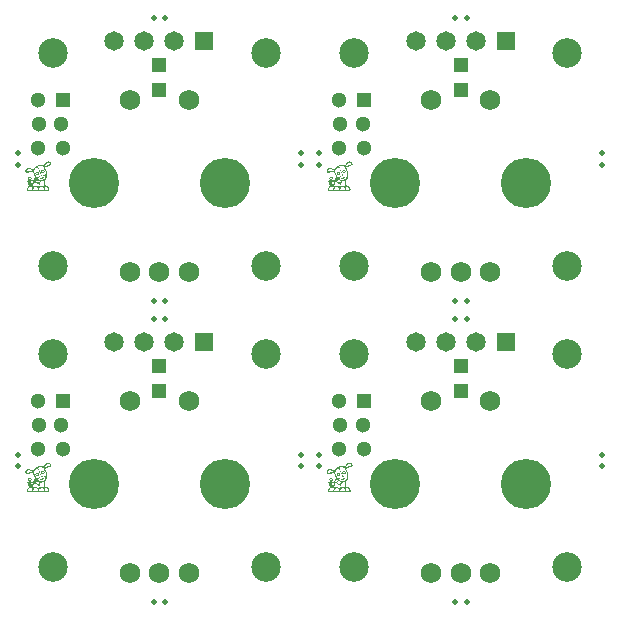
<source format=gts>
G04 (created by PCBNEW (2013-03-02 BZR 3981)-testing) date Tue 05 Mar 2013 09:11:50 AM CET*
%MOIN*%
G04 Gerber Fmt 3.4, Leading zero omitted, Abs format*
%FSLAX34Y34*%
G01*
G70*
G90*
G04 APERTURE LIST*
%ADD10C,3.14961e-06*%
%ADD11C,0.0001*%
%ADD12C,0.019685*%
%ADD13C,0.0688976*%
%ADD14O,0.167323X0.167323*%
%ADD15C,0.0984252*%
%ADD16R,0.0511811X0.0511811*%
%ADD17C,0.0511811*%
%ADD18R,0.0649606X0.0649606*%
%ADD19C,0.0649606*%
%ADD20R,0.0472X0.0472*%
G04 APERTURE END LIST*
G54D10*
G54D11*
G36*
X40887Y-17873D02*
X40887Y-17879D01*
X40884Y-17888D01*
X40880Y-17896D01*
X40875Y-17902D01*
X40875Y-17902D01*
X40871Y-17905D01*
X40865Y-17908D01*
X40856Y-17912D01*
X40847Y-17916D01*
X40847Y-17870D01*
X40846Y-17865D01*
X40844Y-17859D01*
X40839Y-17853D01*
X40834Y-17846D01*
X40827Y-17840D01*
X40821Y-17834D01*
X40814Y-17830D01*
X40814Y-17830D01*
X40809Y-17827D01*
X40805Y-17826D01*
X40801Y-17825D01*
X40796Y-17825D01*
X40796Y-17825D01*
X40783Y-17827D01*
X40770Y-17830D01*
X40756Y-17835D01*
X40742Y-17841D01*
X40730Y-17848D01*
X40729Y-17849D01*
X40721Y-17855D01*
X40713Y-17863D01*
X40704Y-17872D01*
X40696Y-17881D01*
X40689Y-17890D01*
X40686Y-17894D01*
X40683Y-17899D01*
X40679Y-17905D01*
X40676Y-17912D01*
X40672Y-17919D01*
X40669Y-17926D01*
X40665Y-17932D01*
X40663Y-17938D01*
X40661Y-17943D01*
X40660Y-17946D01*
X40660Y-17948D01*
X40660Y-17948D01*
X40661Y-17947D01*
X40665Y-17946D01*
X40670Y-17944D01*
X40676Y-17942D01*
X40684Y-17939D01*
X40691Y-17936D01*
X40710Y-17929D01*
X40729Y-17922D01*
X40747Y-17915D01*
X40764Y-17908D01*
X40780Y-17902D01*
X40795Y-17896D01*
X40808Y-17891D01*
X40819Y-17886D01*
X40829Y-17882D01*
X40835Y-17879D01*
X40840Y-17877D01*
X40844Y-17875D01*
X40846Y-17873D01*
X40847Y-17872D01*
X40847Y-17870D01*
X40847Y-17916D01*
X40846Y-17917D01*
X40833Y-17923D01*
X40818Y-17929D01*
X40801Y-17936D01*
X40782Y-17943D01*
X40762Y-17951D01*
X40740Y-17960D01*
X40716Y-17969D01*
X40713Y-17970D01*
X40674Y-17985D01*
X40677Y-17994D01*
X40679Y-17997D01*
X40680Y-18003D01*
X40683Y-18010D01*
X40686Y-18019D01*
X40690Y-18029D01*
X40694Y-18040D01*
X40699Y-18052D01*
X40704Y-18065D01*
X40706Y-18070D01*
X40730Y-18137D01*
X40725Y-18248D01*
X40725Y-18264D01*
X40724Y-18280D01*
X40723Y-18295D01*
X40723Y-18309D01*
X40722Y-18322D01*
X40722Y-18333D01*
X40721Y-18343D01*
X40721Y-18351D01*
X40721Y-18356D01*
X40720Y-18360D01*
X40720Y-18361D01*
X40720Y-18363D01*
X40718Y-18365D01*
X40715Y-18368D01*
X40711Y-18372D01*
X40707Y-18375D01*
X40701Y-18379D01*
X40694Y-18385D01*
X40691Y-18387D01*
X40691Y-18142D01*
X40661Y-18061D01*
X40655Y-18047D01*
X40650Y-18034D01*
X40646Y-18022D01*
X40641Y-18011D01*
X40638Y-18001D01*
X40634Y-17992D01*
X40632Y-17986D01*
X40630Y-17981D01*
X40629Y-17978D01*
X40629Y-17978D01*
X40626Y-17976D01*
X40622Y-17972D01*
X40617Y-17969D01*
X40610Y-17964D01*
X40603Y-17960D01*
X40596Y-17956D01*
X40589Y-17952D01*
X40588Y-17952D01*
X40573Y-17945D01*
X40557Y-17941D01*
X40543Y-17938D01*
X40529Y-17937D01*
X40520Y-17937D01*
X40508Y-17938D01*
X40494Y-17941D01*
X40479Y-17944D01*
X40464Y-17948D01*
X40456Y-17950D01*
X40452Y-17952D01*
X40448Y-17953D01*
X40447Y-17954D01*
X40447Y-17955D01*
X40447Y-17955D01*
X40448Y-17958D01*
X40450Y-17964D01*
X40452Y-17971D01*
X40455Y-17979D01*
X40459Y-17989D01*
X40464Y-18001D01*
X40469Y-18014D01*
X40475Y-18027D01*
X40481Y-18042D01*
X40487Y-18057D01*
X40494Y-18073D01*
X40500Y-18088D01*
X40507Y-18104D01*
X40513Y-18120D01*
X40519Y-18136D01*
X40526Y-18151D01*
X40532Y-18165D01*
X40537Y-18178D01*
X40542Y-18191D01*
X40547Y-18202D01*
X40551Y-18212D01*
X40555Y-18220D01*
X40557Y-18227D01*
X40559Y-18232D01*
X40560Y-18234D01*
X40561Y-18235D01*
X40562Y-18234D01*
X40565Y-18233D01*
X40570Y-18232D01*
X40571Y-18231D01*
X40592Y-18226D01*
X40613Y-18223D01*
X40626Y-18222D01*
X40635Y-18222D01*
X40645Y-18222D01*
X40655Y-18222D01*
X40665Y-18222D01*
X40674Y-18223D01*
X40681Y-18223D01*
X40682Y-18224D01*
X40687Y-18224D01*
X40689Y-18183D01*
X40691Y-18142D01*
X40691Y-18387D01*
X40687Y-18389D01*
X40686Y-18390D01*
X40686Y-18249D01*
X40686Y-18245D01*
X40686Y-18243D01*
X40685Y-18242D01*
X40685Y-18242D01*
X40683Y-18242D01*
X40679Y-18241D01*
X40673Y-18241D01*
X40667Y-18240D01*
X40662Y-18240D01*
X40638Y-18239D01*
X40615Y-18241D01*
X40593Y-18244D01*
X40573Y-18250D01*
X40559Y-18255D01*
X40543Y-18262D01*
X40543Y-18242D01*
X40487Y-18103D01*
X40479Y-18085D01*
X40472Y-18067D01*
X40465Y-18051D01*
X40459Y-18035D01*
X40453Y-18020D01*
X40448Y-18007D01*
X40443Y-17995D01*
X40439Y-17985D01*
X40435Y-17976D01*
X40433Y-17970D01*
X40431Y-17965D01*
X40430Y-17962D01*
X40429Y-17962D01*
X40429Y-17961D01*
X40427Y-17962D01*
X40424Y-17963D01*
X40419Y-17965D01*
X40417Y-17966D01*
X40400Y-17975D01*
X40383Y-17988D01*
X40367Y-18002D01*
X40353Y-18017D01*
X40344Y-18030D01*
X40338Y-18039D01*
X40331Y-18050D01*
X40325Y-18062D01*
X40319Y-18074D01*
X40313Y-18085D01*
X40310Y-18094D01*
X40305Y-18106D01*
X40335Y-18188D01*
X40365Y-18269D01*
X40394Y-18297D01*
X40402Y-18305D01*
X40409Y-18311D01*
X40414Y-18316D01*
X40418Y-18320D01*
X40421Y-18322D01*
X40423Y-18324D01*
X40424Y-18324D01*
X40425Y-18324D01*
X40425Y-18324D01*
X40427Y-18323D01*
X40430Y-18320D01*
X40435Y-18316D01*
X40440Y-18312D01*
X40442Y-18310D01*
X40458Y-18297D01*
X40473Y-18285D01*
X40487Y-18275D01*
X40501Y-18266D01*
X40513Y-18258D01*
X40525Y-18251D01*
X40528Y-18250D01*
X40543Y-18242D01*
X40543Y-18262D01*
X40543Y-18262D01*
X40527Y-18271D01*
X40511Y-18280D01*
X40494Y-18291D01*
X40492Y-18293D01*
X40488Y-18296D01*
X40483Y-18300D01*
X40477Y-18305D01*
X40470Y-18310D01*
X40463Y-18316D01*
X40457Y-18321D01*
X40451Y-18326D01*
X40446Y-18331D01*
X40442Y-18335D01*
X40439Y-18337D01*
X40437Y-18339D01*
X40437Y-18339D01*
X40438Y-18340D01*
X40441Y-18342D01*
X40444Y-18347D01*
X40450Y-18352D01*
X40455Y-18358D01*
X40462Y-18366D01*
X40470Y-18374D01*
X40474Y-18378D01*
X40512Y-18416D01*
X40518Y-18415D01*
X40522Y-18414D01*
X40528Y-18414D01*
X40533Y-18413D01*
X40548Y-18411D01*
X40563Y-18408D01*
X40580Y-18402D01*
X40597Y-18395D01*
X40615Y-18387D01*
X40633Y-18378D01*
X40639Y-18374D01*
X40645Y-18370D01*
X40652Y-18366D01*
X40659Y-18361D01*
X40665Y-18357D01*
X40671Y-18353D01*
X40676Y-18349D01*
X40680Y-18346D01*
X40681Y-18345D01*
X40681Y-18343D01*
X40682Y-18339D01*
X40682Y-18333D01*
X40683Y-18326D01*
X40683Y-18317D01*
X40684Y-18308D01*
X40684Y-18304D01*
X40684Y-18294D01*
X40685Y-18284D01*
X40685Y-18275D01*
X40685Y-18267D01*
X40686Y-18260D01*
X40686Y-18255D01*
X40686Y-18255D01*
X40686Y-18249D01*
X40686Y-18390D01*
X40683Y-18392D01*
X40678Y-18396D01*
X40675Y-18399D01*
X40673Y-18401D01*
X40672Y-18403D01*
X40672Y-18405D01*
X40672Y-18409D01*
X40673Y-18415D01*
X40673Y-18424D01*
X40674Y-18433D01*
X40674Y-18445D01*
X40675Y-18458D01*
X40676Y-18471D01*
X40676Y-18486D01*
X40677Y-18493D01*
X40678Y-18507D01*
X40678Y-18522D01*
X40679Y-18535D01*
X40679Y-18547D01*
X40680Y-18557D01*
X40680Y-18566D01*
X40680Y-18574D01*
X40681Y-18579D01*
X40681Y-18582D01*
X40681Y-18582D01*
X40680Y-18584D01*
X40681Y-18585D01*
X40683Y-18586D01*
X40686Y-18586D01*
X40691Y-18587D01*
X40695Y-18588D01*
X40701Y-18588D01*
X40709Y-18590D01*
X40718Y-18592D01*
X40727Y-18594D01*
X40735Y-18596D01*
X40741Y-18598D01*
X40744Y-18599D01*
X40756Y-18606D01*
X40769Y-18614D01*
X40780Y-18624D01*
X40790Y-18636D01*
X40796Y-18643D01*
X40802Y-18653D01*
X40807Y-18664D01*
X40812Y-18677D01*
X40816Y-18688D01*
X40818Y-18698D01*
X40819Y-18709D01*
X40819Y-18720D01*
X40819Y-18730D01*
X40817Y-18739D01*
X40817Y-18740D01*
X40813Y-18749D01*
X40807Y-18756D01*
X40801Y-18762D01*
X40797Y-18764D01*
X40791Y-18767D01*
X40781Y-18767D01*
X40781Y-18729D01*
X40781Y-18716D01*
X40780Y-18708D01*
X40779Y-18702D01*
X40778Y-18696D01*
X40777Y-18694D01*
X40772Y-18679D01*
X40764Y-18666D01*
X40755Y-18655D01*
X40745Y-18646D01*
X40734Y-18638D01*
X40726Y-18635D01*
X40722Y-18633D01*
X40715Y-18632D01*
X40707Y-18630D01*
X40699Y-18628D01*
X40691Y-18627D01*
X40684Y-18625D01*
X40680Y-18625D01*
X40676Y-18625D01*
X40673Y-18625D01*
X40672Y-18625D01*
X40672Y-18627D01*
X40672Y-18627D01*
X40671Y-18630D01*
X40670Y-18634D01*
X40669Y-18640D01*
X40668Y-18646D01*
X40667Y-18648D01*
X40666Y-18655D01*
X40665Y-18660D01*
X40664Y-18664D01*
X40664Y-18667D01*
X40665Y-18669D01*
X40665Y-18671D01*
X40667Y-18677D01*
X40669Y-18685D01*
X40670Y-18694D01*
X40671Y-18703D01*
X40672Y-18711D01*
X40672Y-18717D01*
X40672Y-18730D01*
X40726Y-18729D01*
X40781Y-18729D01*
X40781Y-18767D01*
X40642Y-18768D01*
X40642Y-18576D01*
X40638Y-18504D01*
X40638Y-18491D01*
X40637Y-18478D01*
X40636Y-18466D01*
X40636Y-18455D01*
X40635Y-18446D01*
X40635Y-18438D01*
X40635Y-18432D01*
X40634Y-18428D01*
X40634Y-18427D01*
X40634Y-18422D01*
X40620Y-18428D01*
X40600Y-18437D01*
X40579Y-18444D01*
X40557Y-18449D01*
X40540Y-18452D01*
X40537Y-18453D01*
X40536Y-18454D01*
X40534Y-18456D01*
X40532Y-18459D01*
X40529Y-18464D01*
X40528Y-18465D01*
X40519Y-18480D01*
X40511Y-18492D01*
X40503Y-18500D01*
X40497Y-18507D01*
X40490Y-18546D01*
X40490Y-18452D01*
X40490Y-18451D01*
X40489Y-18450D01*
X40487Y-18448D01*
X40484Y-18444D01*
X40480Y-18440D01*
X40475Y-18434D01*
X40468Y-18427D01*
X40462Y-18421D01*
X40454Y-18414D01*
X40449Y-18407D01*
X40443Y-18402D01*
X40438Y-18397D01*
X40435Y-18394D01*
X40433Y-18392D01*
X40433Y-18392D01*
X40431Y-18393D01*
X40428Y-18395D01*
X40424Y-18398D01*
X40419Y-18402D01*
X40418Y-18403D01*
X40412Y-18408D01*
X40405Y-18415D01*
X40399Y-18421D01*
X40393Y-18427D01*
X40388Y-18432D01*
X40384Y-18437D01*
X40381Y-18440D01*
X40380Y-18442D01*
X40381Y-18446D01*
X40383Y-18451D01*
X40387Y-18456D01*
X40393Y-18462D01*
X40399Y-18468D01*
X40407Y-18473D01*
X40415Y-18478D01*
X40423Y-18482D01*
X40432Y-18485D01*
X40439Y-18487D01*
X40441Y-18487D01*
X40447Y-18487D01*
X40453Y-18487D01*
X40459Y-18485D01*
X40460Y-18485D01*
X40464Y-18482D01*
X40469Y-18478D01*
X40475Y-18473D01*
X40480Y-18467D01*
X40485Y-18461D01*
X40488Y-18456D01*
X40490Y-18452D01*
X40490Y-18546D01*
X40485Y-18568D01*
X40483Y-18580D01*
X40481Y-18592D01*
X40479Y-18602D01*
X40477Y-18611D01*
X40476Y-18616D01*
X40476Y-18522D01*
X40475Y-18522D01*
X40472Y-18522D01*
X40469Y-18524D01*
X40462Y-18525D01*
X40453Y-18526D01*
X40444Y-18526D01*
X40434Y-18525D01*
X40425Y-18524D01*
X40424Y-18523D01*
X40410Y-18519D01*
X40397Y-18513D01*
X40385Y-18505D01*
X40373Y-18497D01*
X40363Y-18488D01*
X40354Y-18478D01*
X40347Y-18468D01*
X40343Y-18458D01*
X40343Y-18458D01*
X40341Y-18453D01*
X40341Y-18447D01*
X40341Y-18443D01*
X40341Y-18439D01*
X40341Y-18435D01*
X40343Y-18431D01*
X40345Y-18425D01*
X40346Y-18424D01*
X40349Y-18419D01*
X40352Y-18414D01*
X40356Y-18409D01*
X40361Y-18403D01*
X40365Y-18399D01*
X40371Y-18393D01*
X40378Y-18386D01*
X40385Y-18380D01*
X40391Y-18374D01*
X40405Y-18363D01*
X40388Y-18346D01*
X40383Y-18341D01*
X40378Y-18337D01*
X40374Y-18333D01*
X40372Y-18331D01*
X40371Y-18331D01*
X40370Y-18332D01*
X40368Y-18335D01*
X40365Y-18340D01*
X40361Y-18347D01*
X40357Y-18355D01*
X40352Y-18364D01*
X40346Y-18374D01*
X40342Y-18381D01*
X40315Y-18430D01*
X40297Y-18503D01*
X40293Y-18517D01*
X40290Y-18531D01*
X40287Y-18544D01*
X40284Y-18556D01*
X40281Y-18567D01*
X40279Y-18577D01*
X40278Y-18585D01*
X40276Y-18591D01*
X40276Y-18593D01*
X40273Y-18611D01*
X40277Y-18617D01*
X40280Y-18620D01*
X40282Y-18622D01*
X40283Y-18622D01*
X40284Y-18621D01*
X40297Y-18613D01*
X40310Y-18607D01*
X40324Y-18603D01*
X40325Y-18603D01*
X40332Y-18602D01*
X40341Y-18601D01*
X40351Y-18601D01*
X40361Y-18601D01*
X40370Y-18601D01*
X40379Y-18602D01*
X40381Y-18602D01*
X40398Y-18606D01*
X40413Y-18612D01*
X40427Y-18620D01*
X40440Y-18629D01*
X40445Y-18634D01*
X40448Y-18637D01*
X40451Y-18640D01*
X40452Y-18642D01*
X40452Y-18642D01*
X40453Y-18641D01*
X40453Y-18637D01*
X40455Y-18632D01*
X40456Y-18624D01*
X40458Y-18615D01*
X40460Y-18605D01*
X40462Y-18594D01*
X40464Y-18582D01*
X40467Y-18570D01*
X40469Y-18559D01*
X40471Y-18548D01*
X40473Y-18539D01*
X40474Y-18532D01*
X40475Y-18526D01*
X40476Y-18523D01*
X40476Y-18522D01*
X40476Y-18616D01*
X40476Y-18619D01*
X40475Y-18625D01*
X40474Y-18629D01*
X40474Y-18630D01*
X40474Y-18630D01*
X40477Y-18628D01*
X40479Y-18627D01*
X40483Y-18624D01*
X40488Y-18620D01*
X40491Y-18618D01*
X40504Y-18611D01*
X40519Y-18606D01*
X40535Y-18603D01*
X40551Y-18601D01*
X40568Y-18600D01*
X40583Y-18602D01*
X40598Y-18605D01*
X40612Y-18609D01*
X40616Y-18612D01*
X40621Y-18614D01*
X40626Y-18617D01*
X40628Y-18618D01*
X40633Y-18622D01*
X40637Y-18599D01*
X40642Y-18576D01*
X40642Y-18768D01*
X40634Y-18768D01*
X40634Y-18731D01*
X40633Y-18714D01*
X40631Y-18698D01*
X40628Y-18684D01*
X40623Y-18672D01*
X40617Y-18662D01*
X40609Y-18654D01*
X40602Y-18649D01*
X40594Y-18645D01*
X40586Y-18642D01*
X40578Y-18640D01*
X40568Y-18640D01*
X40561Y-18640D01*
X40547Y-18640D01*
X40536Y-18642D01*
X40526Y-18645D01*
X40516Y-18650D01*
X40515Y-18650D01*
X40505Y-18657D01*
X40496Y-18666D01*
X40488Y-18676D01*
X40483Y-18689D01*
X40479Y-18702D01*
X40478Y-18717D01*
X40477Y-18721D01*
X40477Y-18730D01*
X40536Y-18730D01*
X40548Y-18730D01*
X40561Y-18730D01*
X40574Y-18730D01*
X40585Y-18730D01*
X40596Y-18730D01*
X40605Y-18730D01*
X40611Y-18731D01*
X40614Y-18731D01*
X40634Y-18731D01*
X40634Y-18768D01*
X40510Y-18768D01*
X40483Y-18768D01*
X40455Y-18768D01*
X40440Y-18768D01*
X40440Y-18730D01*
X40439Y-18718D01*
X40437Y-18702D01*
X40433Y-18688D01*
X40428Y-18676D01*
X40421Y-18665D01*
X40412Y-18657D01*
X40401Y-18650D01*
X40389Y-18645D01*
X40381Y-18642D01*
X40374Y-18641D01*
X40365Y-18640D01*
X40356Y-18640D01*
X40347Y-18640D01*
X40338Y-18640D01*
X40333Y-18641D01*
X40321Y-18645D01*
X40311Y-18651D01*
X40302Y-18659D01*
X40295Y-18669D01*
X40290Y-18681D01*
X40286Y-18694D01*
X40283Y-18710D01*
X40283Y-18716D01*
X40282Y-18730D01*
X40361Y-18730D01*
X40440Y-18730D01*
X40440Y-18768D01*
X40428Y-18768D01*
X40401Y-18768D01*
X40375Y-18768D01*
X40349Y-18768D01*
X40325Y-18768D01*
X40301Y-18768D01*
X40279Y-18768D01*
X40258Y-18769D01*
X40256Y-18769D01*
X40256Y-18657D01*
X40256Y-18655D01*
X40255Y-18654D01*
X40253Y-18650D01*
X40250Y-18646D01*
X40246Y-18641D01*
X40246Y-18640D01*
X40242Y-18635D01*
X40239Y-18631D01*
X40236Y-18629D01*
X40234Y-18627D01*
X40232Y-18626D01*
X40230Y-18626D01*
X40224Y-18625D01*
X40215Y-18625D01*
X40210Y-18625D01*
X40210Y-18584D01*
X40210Y-18584D01*
X40209Y-18582D01*
X40207Y-18579D01*
X40203Y-18574D01*
X40199Y-18569D01*
X40194Y-18562D01*
X40193Y-18560D01*
X40189Y-18554D01*
X40185Y-18550D01*
X40182Y-18546D01*
X40180Y-18542D01*
X40178Y-18538D01*
X40176Y-18534D01*
X40174Y-18529D01*
X40172Y-18523D01*
X40170Y-18516D01*
X40167Y-18507D01*
X40164Y-18496D01*
X40162Y-18487D01*
X40160Y-18480D01*
X40158Y-18474D01*
X40156Y-18469D01*
X40155Y-18467D01*
X40155Y-18466D01*
X40154Y-18467D01*
X40153Y-18470D01*
X40152Y-18475D01*
X40151Y-18481D01*
X40150Y-18487D01*
X40149Y-18493D01*
X40149Y-18496D01*
X40148Y-18505D01*
X40148Y-18513D01*
X40149Y-18522D01*
X40151Y-18531D01*
X40154Y-18541D01*
X40158Y-18552D01*
X40163Y-18564D01*
X40170Y-18578D01*
X40170Y-18579D01*
X40175Y-18590D01*
X40180Y-18589D01*
X40184Y-18588D01*
X40189Y-18588D01*
X40196Y-18587D01*
X40198Y-18587D01*
X40205Y-18586D01*
X40209Y-18585D01*
X40210Y-18584D01*
X40210Y-18625D01*
X40206Y-18625D01*
X40195Y-18626D01*
X40185Y-18628D01*
X40174Y-18630D01*
X40165Y-18633D01*
X40159Y-18635D01*
X40147Y-18640D01*
X40137Y-18648D01*
X40127Y-18658D01*
X40119Y-18670D01*
X40112Y-18682D01*
X40107Y-18696D01*
X40106Y-18704D01*
X40104Y-18711D01*
X40104Y-18716D01*
X40104Y-18721D01*
X40104Y-18723D01*
X40105Y-18729D01*
X40152Y-18730D01*
X40164Y-18730D01*
X40176Y-18730D01*
X40188Y-18730D01*
X40199Y-18730D01*
X40209Y-18730D01*
X40217Y-18731D01*
X40221Y-18731D01*
X40243Y-18731D01*
X40243Y-18722D01*
X40244Y-18711D01*
X40245Y-18699D01*
X40247Y-18687D01*
X40250Y-18676D01*
X40253Y-18667D01*
X40254Y-18664D01*
X40255Y-18660D01*
X40256Y-18657D01*
X40256Y-18769D01*
X40238Y-18769D01*
X40220Y-18769D01*
X40204Y-18769D01*
X40191Y-18769D01*
X40179Y-18769D01*
X40169Y-18769D01*
X40165Y-18769D01*
X40150Y-18769D01*
X40137Y-18769D01*
X40127Y-18769D01*
X40118Y-18769D01*
X40111Y-18769D01*
X40106Y-18769D01*
X40102Y-18769D01*
X40098Y-18769D01*
X40096Y-18769D01*
X40094Y-18768D01*
X40092Y-18768D01*
X40085Y-18764D01*
X40078Y-18757D01*
X40072Y-18749D01*
X40068Y-18740D01*
X40065Y-18729D01*
X40065Y-18718D01*
X40065Y-18711D01*
X40068Y-18693D01*
X40073Y-18675D01*
X40080Y-18659D01*
X40089Y-18644D01*
X40099Y-18630D01*
X40111Y-18618D01*
X40125Y-18608D01*
X40128Y-18606D01*
X40137Y-18601D01*
X40131Y-18588D01*
X40125Y-18576D01*
X40121Y-18565D01*
X40117Y-18555D01*
X40114Y-18547D01*
X40113Y-18543D01*
X40111Y-18531D01*
X40110Y-18518D01*
X40109Y-18503D01*
X40110Y-18488D01*
X40112Y-18475D01*
X40113Y-18470D01*
X40113Y-18468D01*
X40112Y-18466D01*
X40109Y-18465D01*
X40104Y-18465D01*
X40100Y-18465D01*
X40089Y-18464D01*
X40080Y-18462D01*
X40074Y-18459D01*
X40069Y-18454D01*
X40067Y-18449D01*
X40067Y-18442D01*
X40067Y-18441D01*
X40068Y-18437D01*
X40070Y-18433D01*
X40074Y-18430D01*
X40078Y-18427D01*
X40085Y-18425D01*
X40093Y-18423D01*
X40103Y-18421D01*
X40113Y-18420D01*
X40130Y-18417D01*
X40134Y-18409D01*
X40138Y-18401D01*
X40133Y-18397D01*
X40124Y-18389D01*
X40117Y-18380D01*
X40112Y-18369D01*
X40109Y-18358D01*
X40109Y-18347D01*
X40110Y-18336D01*
X40113Y-18325D01*
X40119Y-18315D01*
X40126Y-18307D01*
X40135Y-18299D01*
X40145Y-18294D01*
X40156Y-18291D01*
X40167Y-18290D01*
X40172Y-18290D01*
X40179Y-18290D01*
X40184Y-18291D01*
X40189Y-18293D01*
X40193Y-18295D01*
X40204Y-18302D01*
X40213Y-18310D01*
X40220Y-18319D01*
X40224Y-18330D01*
X40227Y-18342D01*
X40227Y-18349D01*
X40226Y-18362D01*
X40222Y-18373D01*
X40216Y-18383D01*
X40208Y-18392D01*
X40200Y-18398D01*
X40196Y-18401D01*
X40193Y-18403D01*
X40193Y-18351D01*
X40192Y-18343D01*
X40189Y-18336D01*
X40184Y-18330D01*
X40178Y-18326D01*
X40174Y-18325D01*
X40166Y-18324D01*
X40160Y-18325D01*
X40154Y-18328D01*
X40149Y-18333D01*
X40145Y-18339D01*
X40143Y-18345D01*
X40143Y-18352D01*
X40145Y-18359D01*
X40148Y-18363D01*
X40153Y-18369D01*
X40160Y-18372D01*
X40167Y-18374D01*
X40175Y-18373D01*
X40179Y-18371D01*
X40185Y-18366D01*
X40190Y-18360D01*
X40192Y-18353D01*
X40193Y-18351D01*
X40193Y-18403D01*
X40191Y-18404D01*
X40187Y-18405D01*
X40183Y-18406D01*
X40181Y-18408D01*
X40180Y-18409D01*
X40181Y-18411D01*
X40181Y-18413D01*
X40182Y-18414D01*
X40185Y-18414D01*
X40189Y-18414D01*
X40192Y-18414D01*
X40200Y-18414D01*
X40207Y-18415D01*
X40214Y-18416D01*
X40220Y-18417D01*
X40224Y-18418D01*
X40225Y-18418D01*
X40230Y-18422D01*
X40234Y-18428D01*
X40235Y-18434D01*
X40235Y-18440D01*
X40232Y-18446D01*
X40229Y-18448D01*
X40225Y-18451D01*
X40219Y-18454D01*
X40211Y-18456D01*
X40205Y-18458D01*
X40201Y-18458D01*
X40198Y-18459D01*
X40197Y-18460D01*
X40196Y-18461D01*
X40197Y-18465D01*
X40198Y-18470D01*
X40200Y-18476D01*
X40202Y-18484D01*
X40204Y-18491D01*
X40206Y-18499D01*
X40208Y-18507D01*
X40211Y-18513D01*
X40213Y-18518D01*
X40214Y-18522D01*
X40215Y-18523D01*
X40219Y-18530D01*
X40224Y-18536D01*
X40229Y-18543D01*
X40233Y-18548D01*
X40237Y-18553D01*
X40240Y-18557D01*
X40242Y-18558D01*
X40242Y-18559D01*
X40243Y-18557D01*
X40244Y-18553D01*
X40245Y-18548D01*
X40247Y-18540D01*
X40250Y-18531D01*
X40252Y-18520D01*
X40255Y-18509D01*
X40258Y-18496D01*
X40261Y-18486D01*
X40279Y-18414D01*
X40310Y-18357D01*
X40342Y-18301D01*
X40337Y-18295D01*
X40336Y-18294D01*
X40335Y-18293D01*
X40334Y-18291D01*
X40332Y-18288D01*
X40331Y-18285D01*
X40329Y-18281D01*
X40327Y-18276D01*
X40324Y-18269D01*
X40321Y-18261D01*
X40317Y-18251D01*
X40312Y-18239D01*
X40307Y-18224D01*
X40302Y-18213D01*
X40297Y-18199D01*
X40292Y-18186D01*
X40288Y-18174D01*
X40284Y-18163D01*
X40280Y-18153D01*
X40277Y-18145D01*
X40275Y-18139D01*
X40273Y-18134D01*
X40272Y-18132D01*
X40272Y-18132D01*
X40272Y-18131D01*
X40270Y-18131D01*
X40268Y-18131D01*
X40265Y-18131D01*
X40260Y-18132D01*
X40259Y-18132D01*
X40259Y-18092D01*
X40258Y-18091D01*
X40255Y-18089D01*
X40252Y-18086D01*
X40248Y-18083D01*
X40229Y-18070D01*
X40210Y-18060D01*
X40192Y-18052D01*
X40173Y-18046D01*
X40155Y-18043D01*
X40140Y-18043D01*
X40130Y-18043D01*
X40120Y-18044D01*
X40112Y-18045D01*
X40102Y-18048D01*
X40100Y-18048D01*
X40090Y-18052D01*
X40082Y-18056D01*
X40076Y-18059D01*
X40071Y-18063D01*
X40070Y-18065D01*
X40064Y-18074D01*
X40060Y-18085D01*
X40058Y-18092D01*
X40057Y-18097D01*
X40056Y-18104D01*
X40056Y-18110D01*
X40056Y-18116D01*
X40057Y-18120D01*
X40058Y-18121D01*
X40059Y-18123D01*
X40060Y-18124D01*
X40062Y-18124D01*
X40065Y-18124D01*
X40070Y-18124D01*
X40077Y-18123D01*
X40081Y-18122D01*
X40091Y-18121D01*
X40104Y-18119D01*
X40118Y-18117D01*
X40134Y-18114D01*
X40150Y-18112D01*
X40166Y-18109D01*
X40183Y-18106D01*
X40190Y-18105D01*
X40205Y-18102D01*
X40218Y-18100D01*
X40229Y-18098D01*
X40237Y-18096D01*
X40244Y-18095D01*
X40250Y-18094D01*
X40254Y-18093D01*
X40256Y-18093D01*
X40258Y-18092D01*
X40259Y-18092D01*
X40259Y-18092D01*
X40259Y-18132D01*
X40253Y-18133D01*
X40248Y-18134D01*
X40234Y-18137D01*
X40218Y-18140D01*
X40201Y-18143D01*
X40184Y-18146D01*
X40166Y-18149D01*
X40149Y-18151D01*
X40133Y-18154D01*
X40119Y-18156D01*
X40112Y-18158D01*
X40099Y-18159D01*
X40089Y-18161D01*
X40080Y-18162D01*
X40072Y-18162D01*
X40064Y-18162D01*
X40063Y-18162D01*
X40045Y-18163D01*
X40039Y-18158D01*
X40031Y-18151D01*
X40024Y-18142D01*
X40020Y-18132D01*
X40017Y-18120D01*
X40017Y-18106D01*
X40018Y-18097D01*
X40020Y-18081D01*
X40025Y-18067D01*
X40031Y-18054D01*
X40038Y-18042D01*
X40047Y-18032D01*
X40056Y-18025D01*
X40062Y-18021D01*
X40082Y-18013D01*
X40102Y-18007D01*
X40123Y-18004D01*
X40144Y-18003D01*
X40165Y-18005D01*
X40187Y-18009D01*
X40208Y-18016D01*
X40229Y-18025D01*
X40236Y-18029D01*
X40245Y-18034D01*
X40254Y-18040D01*
X40263Y-18045D01*
X40271Y-18050D01*
X40277Y-18055D01*
X40282Y-18059D01*
X40287Y-18049D01*
X40300Y-18025D01*
X40314Y-18004D01*
X40329Y-17984D01*
X40346Y-17967D01*
X40363Y-17952D01*
X40380Y-17941D01*
X40399Y-17931D01*
X40419Y-17922D01*
X40441Y-17914D01*
X40446Y-17912D01*
X40468Y-17906D01*
X40489Y-17902D01*
X40508Y-17899D01*
X40527Y-17898D01*
X40544Y-17899D01*
X40562Y-17901D01*
X40578Y-17906D01*
X40595Y-17912D01*
X40609Y-17919D01*
X40625Y-17927D01*
X40629Y-17918D01*
X40639Y-17895D01*
X40652Y-17874D01*
X40665Y-17856D01*
X40680Y-17839D01*
X40696Y-17824D01*
X40714Y-17812D01*
X40732Y-17802D01*
X40752Y-17794D01*
X40769Y-17789D01*
X40781Y-17787D01*
X40793Y-17786D01*
X40804Y-17786D01*
X40814Y-17788D01*
X40821Y-17790D01*
X40833Y-17795D01*
X40844Y-17802D01*
X40854Y-17811D01*
X40864Y-17820D01*
X40872Y-17830D01*
X40879Y-17841D01*
X40883Y-17852D01*
X40886Y-17863D01*
X40887Y-17873D01*
X40887Y-17873D01*
X40887Y-17873D01*
G37*
G36*
X40453Y-18603D02*
X40452Y-18607D01*
X40451Y-18611D01*
X40450Y-18611D01*
X40447Y-18613D01*
X40445Y-18614D01*
X40441Y-18613D01*
X40438Y-18610D01*
X40436Y-18607D01*
X40436Y-18603D01*
X40438Y-18599D01*
X40441Y-18597D01*
X40445Y-18596D01*
X40449Y-18597D01*
X40452Y-18600D01*
X40453Y-18603D01*
X40453Y-18603D01*
X40453Y-18603D01*
G37*
G36*
X40462Y-18570D02*
X40462Y-18574D01*
X40460Y-18577D01*
X40460Y-18578D01*
X40456Y-18580D01*
X40452Y-18580D01*
X40449Y-18579D01*
X40448Y-18578D01*
X40446Y-18574D01*
X40446Y-18570D01*
X40447Y-18568D01*
X40449Y-18564D01*
X40452Y-18563D01*
X40456Y-18563D01*
X40460Y-18565D01*
X40461Y-18567D01*
X40462Y-18570D01*
X40462Y-18570D01*
X40462Y-18570D01*
G37*
G36*
X40470Y-18541D02*
X40469Y-18545D01*
X40466Y-18548D01*
X40462Y-18550D01*
X40458Y-18550D01*
X40458Y-18549D01*
X40454Y-18547D01*
X40452Y-18543D01*
X40452Y-18538D01*
X40454Y-18535D01*
X40457Y-18533D01*
X40460Y-18532D01*
X40464Y-18533D01*
X40468Y-18536D01*
X40469Y-18539D01*
X40470Y-18541D01*
X40470Y-18541D01*
X40470Y-18541D01*
G37*
G36*
X40640Y-18293D02*
X40640Y-18296D01*
X40639Y-18298D01*
X40637Y-18307D01*
X40633Y-18316D01*
X40627Y-18326D01*
X40619Y-18335D01*
X40610Y-18343D01*
X40600Y-18351D01*
X40590Y-18357D01*
X40579Y-18361D01*
X40575Y-18363D01*
X40565Y-18365D01*
X40555Y-18365D01*
X40545Y-18365D01*
X40543Y-18365D01*
X40538Y-18363D01*
X40532Y-18362D01*
X40529Y-18361D01*
X40524Y-18358D01*
X40519Y-18356D01*
X40515Y-18353D01*
X40511Y-18350D01*
X40508Y-18348D01*
X40508Y-18347D01*
X40509Y-18346D01*
X40512Y-18344D01*
X40517Y-18342D01*
X40524Y-18339D01*
X40531Y-18335D01*
X40540Y-18331D01*
X40549Y-18326D01*
X40558Y-18322D01*
X40567Y-18318D01*
X40575Y-18314D01*
X40583Y-18311D01*
X40590Y-18308D01*
X40598Y-18305D01*
X40606Y-18301D01*
X40614Y-18298D01*
X40621Y-18296D01*
X40628Y-18293D01*
X40633Y-18292D01*
X40637Y-18291D01*
X40638Y-18291D01*
X40639Y-18291D01*
X40640Y-18293D01*
X40640Y-18293D01*
X40640Y-18293D01*
G37*
G36*
X40639Y-18254D02*
X40638Y-18259D01*
X40635Y-18262D01*
X40631Y-18263D01*
X40627Y-18263D01*
X40624Y-18261D01*
X40622Y-18257D01*
X40622Y-18253D01*
X40623Y-18249D01*
X40626Y-18246D01*
X40630Y-18245D01*
X40635Y-18246D01*
X40638Y-18249D01*
X40639Y-18254D01*
X40639Y-18254D01*
X40639Y-18254D01*
X40639Y-18254D01*
G37*
G36*
X40670Y-18254D02*
X40669Y-18259D01*
X40666Y-18262D01*
X40662Y-18263D01*
X40658Y-18262D01*
X40655Y-18261D01*
X40653Y-18257D01*
X40652Y-18253D01*
X40654Y-18249D01*
X40655Y-18248D01*
X40658Y-18245D01*
X40662Y-18245D01*
X40666Y-18247D01*
X40668Y-18250D01*
X40670Y-18254D01*
X40670Y-18254D01*
X40670Y-18254D01*
X40670Y-18254D01*
G37*
G36*
X40469Y-18180D02*
X40468Y-18192D01*
X40465Y-18203D01*
X40460Y-18214D01*
X40452Y-18223D01*
X40452Y-18224D01*
X40443Y-18231D01*
X40435Y-18235D01*
X40435Y-18185D01*
X40435Y-18178D01*
X40433Y-18171D01*
X40429Y-18165D01*
X40424Y-18161D01*
X40420Y-18158D01*
X40414Y-18157D01*
X40412Y-18157D01*
X40407Y-18157D01*
X40403Y-18157D01*
X40400Y-18159D01*
X40398Y-18160D01*
X40392Y-18166D01*
X40388Y-18172D01*
X40386Y-18178D01*
X40386Y-18185D01*
X40388Y-18192D01*
X40392Y-18198D01*
X40397Y-18202D01*
X40404Y-18205D01*
X40405Y-18206D01*
X40412Y-18207D01*
X40418Y-18205D01*
X40424Y-18202D01*
X40430Y-18198D01*
X40434Y-18191D01*
X40435Y-18185D01*
X40435Y-18235D01*
X40433Y-18237D01*
X40421Y-18240D01*
X40409Y-18241D01*
X40397Y-18240D01*
X40396Y-18239D01*
X40384Y-18235D01*
X40374Y-18229D01*
X40366Y-18221D01*
X40360Y-18212D01*
X40355Y-18202D01*
X40352Y-18192D01*
X40352Y-18181D01*
X40353Y-18170D01*
X40356Y-18159D01*
X40361Y-18149D01*
X40369Y-18140D01*
X40369Y-18139D01*
X40378Y-18132D01*
X40389Y-18126D01*
X40399Y-18123D01*
X40410Y-18122D01*
X40421Y-18123D01*
X40432Y-18126D01*
X40442Y-18131D01*
X40451Y-18138D01*
X40458Y-18146D01*
X40463Y-18156D01*
X40467Y-18168D01*
X40469Y-18180D01*
X40469Y-18180D01*
X40469Y-18180D01*
G37*
G36*
X40659Y-18109D02*
X40659Y-18120D01*
X40656Y-18131D01*
X40652Y-18141D01*
X40646Y-18151D01*
X40641Y-18157D01*
X40632Y-18164D01*
X40624Y-18168D01*
X40624Y-18112D01*
X40623Y-18106D01*
X40620Y-18099D01*
X40615Y-18094D01*
X40611Y-18092D01*
X40603Y-18090D01*
X40596Y-18090D01*
X40589Y-18092D01*
X40583Y-18096D01*
X40579Y-18101D01*
X40576Y-18108D01*
X40575Y-18115D01*
X40576Y-18122D01*
X40579Y-18128D01*
X40584Y-18133D01*
X40590Y-18137D01*
X40597Y-18139D01*
X40604Y-18138D01*
X40611Y-18136D01*
X40617Y-18132D01*
X40621Y-18126D01*
X40624Y-18119D01*
X40624Y-18112D01*
X40624Y-18168D01*
X40621Y-18170D01*
X40609Y-18173D01*
X40597Y-18174D01*
X40586Y-18172D01*
X40584Y-18172D01*
X40573Y-18167D01*
X40563Y-18161D01*
X40554Y-18152D01*
X40547Y-18143D01*
X40543Y-18131D01*
X40542Y-18130D01*
X40541Y-18126D01*
X40541Y-18120D01*
X40541Y-18114D01*
X40541Y-18113D01*
X40542Y-18101D01*
X40545Y-18090D01*
X40551Y-18080D01*
X40559Y-18071D01*
X40569Y-18063D01*
X40580Y-18058D01*
X40592Y-18055D01*
X40604Y-18055D01*
X40610Y-18055D01*
X40621Y-18059D01*
X40632Y-18064D01*
X40640Y-18071D01*
X40648Y-18079D01*
X40653Y-18088D01*
X40657Y-18098D01*
X40659Y-18109D01*
X40659Y-18109D01*
X40659Y-18109D01*
G37*
G36*
X40500Y-18032D02*
X40499Y-18037D01*
X40496Y-18040D01*
X40491Y-18041D01*
X40491Y-18041D01*
X40488Y-18040D01*
X40486Y-18039D01*
X40483Y-18037D01*
X40483Y-18033D01*
X40483Y-18032D01*
X40483Y-18028D01*
X40485Y-18025D01*
X40486Y-18025D01*
X40490Y-18023D01*
X40494Y-18024D01*
X40497Y-18026D01*
X40499Y-18030D01*
X40500Y-18032D01*
X40500Y-18032D01*
X40500Y-18032D01*
G37*
G36*
X40488Y-18006D02*
X40486Y-18010D01*
X40485Y-18011D01*
X40482Y-18012D01*
X40477Y-18012D01*
X40474Y-18011D01*
X40473Y-18010D01*
X40471Y-18006D01*
X40471Y-18002D01*
X40472Y-17998D01*
X40473Y-17997D01*
X40476Y-17996D01*
X40480Y-17995D01*
X40484Y-17996D01*
X40486Y-17998D01*
X40488Y-18001D01*
X40488Y-18006D01*
X40488Y-18006D01*
X40488Y-18006D01*
G37*
G36*
X40474Y-17973D02*
X40473Y-17977D01*
X40473Y-17978D01*
X40470Y-17981D01*
X40466Y-17982D01*
X40462Y-17981D01*
X40462Y-17981D01*
X40459Y-17979D01*
X40457Y-17977D01*
X40457Y-17973D01*
X40458Y-17968D01*
X40461Y-17966D01*
X40465Y-17965D01*
X40469Y-17965D01*
X40471Y-17967D01*
X40472Y-17967D01*
X40473Y-17969D01*
X40474Y-17973D01*
X40474Y-17973D01*
X40474Y-17973D01*
G37*
G36*
X30848Y-17873D02*
X30848Y-17879D01*
X30845Y-17888D01*
X30841Y-17896D01*
X30836Y-17902D01*
X30836Y-17902D01*
X30832Y-17905D01*
X30826Y-17908D01*
X30817Y-17912D01*
X30808Y-17916D01*
X30808Y-17870D01*
X30807Y-17865D01*
X30805Y-17859D01*
X30800Y-17853D01*
X30795Y-17846D01*
X30788Y-17840D01*
X30782Y-17834D01*
X30775Y-17830D01*
X30775Y-17830D01*
X30770Y-17827D01*
X30766Y-17826D01*
X30762Y-17825D01*
X30757Y-17825D01*
X30757Y-17825D01*
X30744Y-17827D01*
X30731Y-17830D01*
X30717Y-17835D01*
X30703Y-17841D01*
X30691Y-17848D01*
X30690Y-17849D01*
X30682Y-17855D01*
X30674Y-17863D01*
X30665Y-17872D01*
X30657Y-17881D01*
X30650Y-17890D01*
X30647Y-17894D01*
X30644Y-17899D01*
X30640Y-17905D01*
X30637Y-17912D01*
X30633Y-17919D01*
X30630Y-17926D01*
X30626Y-17932D01*
X30624Y-17938D01*
X30622Y-17943D01*
X30621Y-17946D01*
X30621Y-17948D01*
X30621Y-17948D01*
X30622Y-17947D01*
X30626Y-17946D01*
X30631Y-17944D01*
X30637Y-17942D01*
X30645Y-17939D01*
X30652Y-17936D01*
X30671Y-17929D01*
X30690Y-17922D01*
X30708Y-17915D01*
X30725Y-17908D01*
X30741Y-17902D01*
X30756Y-17896D01*
X30769Y-17891D01*
X30780Y-17886D01*
X30790Y-17882D01*
X30796Y-17879D01*
X30801Y-17877D01*
X30805Y-17875D01*
X30807Y-17873D01*
X30808Y-17872D01*
X30808Y-17870D01*
X30808Y-17916D01*
X30807Y-17917D01*
X30794Y-17923D01*
X30779Y-17929D01*
X30762Y-17936D01*
X30743Y-17943D01*
X30723Y-17951D01*
X30701Y-17960D01*
X30677Y-17969D01*
X30674Y-17970D01*
X30635Y-17985D01*
X30638Y-17994D01*
X30640Y-17997D01*
X30641Y-18003D01*
X30644Y-18010D01*
X30647Y-18019D01*
X30651Y-18029D01*
X30655Y-18040D01*
X30660Y-18052D01*
X30665Y-18065D01*
X30667Y-18070D01*
X30691Y-18137D01*
X30686Y-18248D01*
X30686Y-18264D01*
X30685Y-18280D01*
X30684Y-18295D01*
X30684Y-18309D01*
X30683Y-18322D01*
X30683Y-18333D01*
X30682Y-18343D01*
X30682Y-18351D01*
X30682Y-18356D01*
X30681Y-18360D01*
X30681Y-18361D01*
X30681Y-18363D01*
X30679Y-18365D01*
X30676Y-18368D01*
X30672Y-18372D01*
X30668Y-18375D01*
X30662Y-18379D01*
X30655Y-18385D01*
X30652Y-18387D01*
X30652Y-18142D01*
X30622Y-18061D01*
X30616Y-18047D01*
X30611Y-18034D01*
X30607Y-18022D01*
X30602Y-18011D01*
X30599Y-18001D01*
X30595Y-17992D01*
X30593Y-17986D01*
X30591Y-17981D01*
X30590Y-17978D01*
X30590Y-17978D01*
X30587Y-17976D01*
X30583Y-17972D01*
X30578Y-17969D01*
X30571Y-17964D01*
X30564Y-17960D01*
X30557Y-17956D01*
X30550Y-17952D01*
X30549Y-17952D01*
X30534Y-17945D01*
X30518Y-17941D01*
X30504Y-17938D01*
X30490Y-17937D01*
X30481Y-17937D01*
X30469Y-17938D01*
X30455Y-17941D01*
X30440Y-17944D01*
X30425Y-17948D01*
X30417Y-17950D01*
X30413Y-17952D01*
X30409Y-17953D01*
X30408Y-17954D01*
X30408Y-17955D01*
X30408Y-17955D01*
X30409Y-17958D01*
X30411Y-17964D01*
X30413Y-17971D01*
X30416Y-17979D01*
X30420Y-17989D01*
X30425Y-18001D01*
X30430Y-18014D01*
X30436Y-18027D01*
X30442Y-18042D01*
X30448Y-18057D01*
X30455Y-18073D01*
X30461Y-18088D01*
X30468Y-18104D01*
X30474Y-18120D01*
X30480Y-18136D01*
X30487Y-18151D01*
X30493Y-18165D01*
X30498Y-18178D01*
X30503Y-18191D01*
X30508Y-18202D01*
X30512Y-18212D01*
X30516Y-18220D01*
X30518Y-18227D01*
X30520Y-18232D01*
X30521Y-18234D01*
X30522Y-18235D01*
X30523Y-18234D01*
X30526Y-18233D01*
X30531Y-18232D01*
X30532Y-18231D01*
X30553Y-18226D01*
X30574Y-18223D01*
X30587Y-18222D01*
X30596Y-18222D01*
X30606Y-18222D01*
X30616Y-18222D01*
X30626Y-18222D01*
X30635Y-18223D01*
X30642Y-18223D01*
X30643Y-18224D01*
X30648Y-18224D01*
X30650Y-18183D01*
X30652Y-18142D01*
X30652Y-18387D01*
X30648Y-18389D01*
X30647Y-18390D01*
X30647Y-18249D01*
X30647Y-18245D01*
X30647Y-18243D01*
X30646Y-18242D01*
X30646Y-18242D01*
X30644Y-18242D01*
X30640Y-18241D01*
X30634Y-18241D01*
X30628Y-18240D01*
X30623Y-18240D01*
X30599Y-18239D01*
X30576Y-18241D01*
X30554Y-18244D01*
X30534Y-18250D01*
X30520Y-18255D01*
X30504Y-18262D01*
X30504Y-18242D01*
X30448Y-18103D01*
X30440Y-18085D01*
X30433Y-18067D01*
X30426Y-18051D01*
X30420Y-18035D01*
X30414Y-18020D01*
X30409Y-18007D01*
X30404Y-17995D01*
X30400Y-17985D01*
X30396Y-17976D01*
X30394Y-17970D01*
X30392Y-17965D01*
X30391Y-17962D01*
X30390Y-17962D01*
X30390Y-17961D01*
X30388Y-17962D01*
X30385Y-17963D01*
X30380Y-17965D01*
X30378Y-17966D01*
X30361Y-17975D01*
X30344Y-17988D01*
X30328Y-18002D01*
X30314Y-18017D01*
X30305Y-18030D01*
X30299Y-18039D01*
X30292Y-18050D01*
X30286Y-18062D01*
X30280Y-18074D01*
X30274Y-18085D01*
X30271Y-18094D01*
X30266Y-18106D01*
X30296Y-18188D01*
X30326Y-18269D01*
X30355Y-18297D01*
X30363Y-18305D01*
X30370Y-18311D01*
X30375Y-18316D01*
X30379Y-18320D01*
X30382Y-18322D01*
X30384Y-18324D01*
X30385Y-18324D01*
X30386Y-18324D01*
X30386Y-18324D01*
X30388Y-18323D01*
X30391Y-18320D01*
X30396Y-18316D01*
X30401Y-18312D01*
X30403Y-18310D01*
X30419Y-18297D01*
X30434Y-18285D01*
X30448Y-18275D01*
X30462Y-18266D01*
X30474Y-18258D01*
X30486Y-18251D01*
X30489Y-18250D01*
X30504Y-18242D01*
X30504Y-18262D01*
X30504Y-18262D01*
X30488Y-18271D01*
X30472Y-18280D01*
X30455Y-18291D01*
X30453Y-18293D01*
X30449Y-18296D01*
X30444Y-18300D01*
X30438Y-18305D01*
X30431Y-18310D01*
X30424Y-18316D01*
X30418Y-18321D01*
X30412Y-18326D01*
X30407Y-18331D01*
X30403Y-18335D01*
X30400Y-18337D01*
X30398Y-18339D01*
X30398Y-18339D01*
X30399Y-18340D01*
X30402Y-18342D01*
X30405Y-18347D01*
X30411Y-18352D01*
X30416Y-18358D01*
X30423Y-18366D01*
X30431Y-18374D01*
X30435Y-18378D01*
X30473Y-18416D01*
X30479Y-18415D01*
X30483Y-18414D01*
X30489Y-18414D01*
X30494Y-18413D01*
X30509Y-18411D01*
X30524Y-18408D01*
X30541Y-18402D01*
X30558Y-18395D01*
X30576Y-18387D01*
X30594Y-18378D01*
X30600Y-18374D01*
X30606Y-18370D01*
X30613Y-18366D01*
X30620Y-18361D01*
X30626Y-18357D01*
X30632Y-18353D01*
X30637Y-18349D01*
X30641Y-18346D01*
X30642Y-18345D01*
X30642Y-18343D01*
X30643Y-18339D01*
X30643Y-18333D01*
X30644Y-18326D01*
X30644Y-18317D01*
X30645Y-18308D01*
X30645Y-18304D01*
X30645Y-18294D01*
X30646Y-18284D01*
X30646Y-18275D01*
X30646Y-18267D01*
X30647Y-18260D01*
X30647Y-18255D01*
X30647Y-18255D01*
X30647Y-18249D01*
X30647Y-18390D01*
X30644Y-18392D01*
X30639Y-18396D01*
X30636Y-18399D01*
X30634Y-18401D01*
X30633Y-18403D01*
X30633Y-18405D01*
X30633Y-18409D01*
X30634Y-18415D01*
X30634Y-18424D01*
X30635Y-18433D01*
X30635Y-18445D01*
X30636Y-18458D01*
X30637Y-18471D01*
X30637Y-18486D01*
X30638Y-18493D01*
X30639Y-18507D01*
X30639Y-18522D01*
X30640Y-18535D01*
X30640Y-18547D01*
X30641Y-18557D01*
X30641Y-18566D01*
X30641Y-18574D01*
X30642Y-18579D01*
X30642Y-18582D01*
X30642Y-18582D01*
X30641Y-18584D01*
X30642Y-18585D01*
X30644Y-18586D01*
X30647Y-18586D01*
X30652Y-18587D01*
X30656Y-18588D01*
X30662Y-18588D01*
X30670Y-18590D01*
X30679Y-18592D01*
X30688Y-18594D01*
X30696Y-18596D01*
X30702Y-18598D01*
X30705Y-18599D01*
X30717Y-18606D01*
X30730Y-18614D01*
X30741Y-18624D01*
X30751Y-18636D01*
X30757Y-18643D01*
X30763Y-18653D01*
X30768Y-18664D01*
X30773Y-18677D01*
X30777Y-18688D01*
X30779Y-18698D01*
X30780Y-18709D01*
X30780Y-18720D01*
X30780Y-18730D01*
X30778Y-18739D01*
X30778Y-18740D01*
X30774Y-18749D01*
X30768Y-18756D01*
X30762Y-18762D01*
X30758Y-18764D01*
X30752Y-18767D01*
X30742Y-18767D01*
X30742Y-18729D01*
X30742Y-18716D01*
X30741Y-18708D01*
X30740Y-18702D01*
X30739Y-18696D01*
X30738Y-18694D01*
X30733Y-18679D01*
X30725Y-18666D01*
X30716Y-18655D01*
X30706Y-18646D01*
X30695Y-18638D01*
X30687Y-18635D01*
X30683Y-18633D01*
X30676Y-18632D01*
X30668Y-18630D01*
X30660Y-18628D01*
X30652Y-18627D01*
X30645Y-18625D01*
X30641Y-18625D01*
X30637Y-18625D01*
X30634Y-18625D01*
X30633Y-18625D01*
X30633Y-18627D01*
X30633Y-18627D01*
X30632Y-18630D01*
X30631Y-18634D01*
X30630Y-18640D01*
X30629Y-18646D01*
X30628Y-18648D01*
X30627Y-18655D01*
X30626Y-18660D01*
X30625Y-18664D01*
X30625Y-18667D01*
X30626Y-18669D01*
X30626Y-18671D01*
X30628Y-18677D01*
X30630Y-18685D01*
X30631Y-18694D01*
X30632Y-18703D01*
X30633Y-18711D01*
X30633Y-18717D01*
X30633Y-18730D01*
X30687Y-18729D01*
X30742Y-18729D01*
X30742Y-18767D01*
X30603Y-18768D01*
X30603Y-18576D01*
X30599Y-18504D01*
X30599Y-18491D01*
X30598Y-18478D01*
X30597Y-18466D01*
X30597Y-18455D01*
X30596Y-18446D01*
X30596Y-18438D01*
X30596Y-18432D01*
X30595Y-18428D01*
X30595Y-18427D01*
X30595Y-18422D01*
X30581Y-18428D01*
X30561Y-18437D01*
X30540Y-18444D01*
X30518Y-18449D01*
X30501Y-18452D01*
X30498Y-18453D01*
X30497Y-18454D01*
X30495Y-18456D01*
X30493Y-18459D01*
X30490Y-18464D01*
X30489Y-18465D01*
X30480Y-18480D01*
X30472Y-18492D01*
X30464Y-18500D01*
X30458Y-18507D01*
X30451Y-18546D01*
X30451Y-18452D01*
X30451Y-18451D01*
X30450Y-18450D01*
X30448Y-18448D01*
X30445Y-18444D01*
X30441Y-18440D01*
X30436Y-18434D01*
X30429Y-18427D01*
X30423Y-18421D01*
X30415Y-18414D01*
X30410Y-18407D01*
X30404Y-18402D01*
X30399Y-18397D01*
X30396Y-18394D01*
X30394Y-18392D01*
X30394Y-18392D01*
X30392Y-18393D01*
X30389Y-18395D01*
X30385Y-18398D01*
X30380Y-18402D01*
X30379Y-18403D01*
X30373Y-18408D01*
X30366Y-18415D01*
X30360Y-18421D01*
X30354Y-18427D01*
X30349Y-18432D01*
X30345Y-18437D01*
X30342Y-18440D01*
X30341Y-18442D01*
X30342Y-18446D01*
X30344Y-18451D01*
X30348Y-18456D01*
X30354Y-18462D01*
X30360Y-18468D01*
X30368Y-18473D01*
X30376Y-18478D01*
X30384Y-18482D01*
X30393Y-18485D01*
X30400Y-18487D01*
X30402Y-18487D01*
X30408Y-18487D01*
X30414Y-18487D01*
X30420Y-18485D01*
X30421Y-18485D01*
X30425Y-18482D01*
X30430Y-18478D01*
X30436Y-18473D01*
X30441Y-18467D01*
X30446Y-18461D01*
X30449Y-18456D01*
X30451Y-18452D01*
X30451Y-18546D01*
X30446Y-18568D01*
X30444Y-18580D01*
X30442Y-18592D01*
X30440Y-18602D01*
X30438Y-18611D01*
X30437Y-18616D01*
X30437Y-18522D01*
X30436Y-18522D01*
X30433Y-18522D01*
X30430Y-18524D01*
X30423Y-18525D01*
X30414Y-18526D01*
X30405Y-18526D01*
X30395Y-18525D01*
X30386Y-18524D01*
X30385Y-18523D01*
X30371Y-18519D01*
X30358Y-18513D01*
X30346Y-18505D01*
X30334Y-18497D01*
X30324Y-18488D01*
X30315Y-18478D01*
X30308Y-18468D01*
X30304Y-18458D01*
X30304Y-18458D01*
X30302Y-18453D01*
X30302Y-18447D01*
X30302Y-18443D01*
X30302Y-18439D01*
X30302Y-18435D01*
X30304Y-18431D01*
X30306Y-18425D01*
X30307Y-18424D01*
X30310Y-18419D01*
X30313Y-18414D01*
X30317Y-18409D01*
X30322Y-18403D01*
X30326Y-18399D01*
X30332Y-18393D01*
X30339Y-18386D01*
X30346Y-18380D01*
X30352Y-18374D01*
X30366Y-18363D01*
X30349Y-18346D01*
X30344Y-18341D01*
X30339Y-18337D01*
X30335Y-18333D01*
X30333Y-18331D01*
X30332Y-18331D01*
X30331Y-18332D01*
X30329Y-18335D01*
X30326Y-18340D01*
X30322Y-18347D01*
X30318Y-18355D01*
X30313Y-18364D01*
X30307Y-18374D01*
X30303Y-18381D01*
X30276Y-18430D01*
X30258Y-18503D01*
X30254Y-18517D01*
X30251Y-18531D01*
X30248Y-18544D01*
X30245Y-18556D01*
X30242Y-18567D01*
X30240Y-18577D01*
X30239Y-18585D01*
X30237Y-18591D01*
X30237Y-18593D01*
X30234Y-18611D01*
X30238Y-18617D01*
X30241Y-18620D01*
X30243Y-18622D01*
X30244Y-18622D01*
X30245Y-18621D01*
X30258Y-18613D01*
X30271Y-18607D01*
X30285Y-18603D01*
X30286Y-18603D01*
X30293Y-18602D01*
X30302Y-18601D01*
X30312Y-18601D01*
X30322Y-18601D01*
X30331Y-18601D01*
X30340Y-18602D01*
X30342Y-18602D01*
X30359Y-18606D01*
X30374Y-18612D01*
X30388Y-18620D01*
X30401Y-18629D01*
X30406Y-18634D01*
X30409Y-18637D01*
X30412Y-18640D01*
X30413Y-18642D01*
X30413Y-18642D01*
X30414Y-18641D01*
X30414Y-18637D01*
X30416Y-18632D01*
X30417Y-18624D01*
X30419Y-18615D01*
X30421Y-18605D01*
X30423Y-18594D01*
X30425Y-18582D01*
X30428Y-18570D01*
X30430Y-18559D01*
X30432Y-18548D01*
X30434Y-18539D01*
X30435Y-18532D01*
X30436Y-18526D01*
X30437Y-18523D01*
X30437Y-18522D01*
X30437Y-18616D01*
X30437Y-18619D01*
X30436Y-18625D01*
X30435Y-18629D01*
X30435Y-18630D01*
X30435Y-18630D01*
X30438Y-18628D01*
X30440Y-18627D01*
X30444Y-18624D01*
X30449Y-18620D01*
X30452Y-18618D01*
X30465Y-18611D01*
X30480Y-18606D01*
X30496Y-18603D01*
X30512Y-18601D01*
X30529Y-18600D01*
X30544Y-18602D01*
X30559Y-18605D01*
X30573Y-18609D01*
X30577Y-18612D01*
X30582Y-18614D01*
X30587Y-18617D01*
X30589Y-18618D01*
X30594Y-18622D01*
X30598Y-18599D01*
X30603Y-18576D01*
X30603Y-18768D01*
X30595Y-18768D01*
X30595Y-18731D01*
X30594Y-18714D01*
X30592Y-18698D01*
X30589Y-18684D01*
X30584Y-18672D01*
X30578Y-18662D01*
X30570Y-18654D01*
X30563Y-18649D01*
X30555Y-18645D01*
X30547Y-18642D01*
X30539Y-18640D01*
X30529Y-18640D01*
X30522Y-18640D01*
X30508Y-18640D01*
X30497Y-18642D01*
X30487Y-18645D01*
X30477Y-18650D01*
X30476Y-18650D01*
X30466Y-18657D01*
X30457Y-18666D01*
X30449Y-18676D01*
X30444Y-18689D01*
X30440Y-18702D01*
X30439Y-18717D01*
X30438Y-18721D01*
X30438Y-18730D01*
X30497Y-18730D01*
X30509Y-18730D01*
X30522Y-18730D01*
X30535Y-18730D01*
X30546Y-18730D01*
X30557Y-18730D01*
X30566Y-18730D01*
X30572Y-18731D01*
X30575Y-18731D01*
X30595Y-18731D01*
X30595Y-18768D01*
X30471Y-18768D01*
X30444Y-18768D01*
X30416Y-18768D01*
X30401Y-18768D01*
X30401Y-18730D01*
X30400Y-18718D01*
X30398Y-18702D01*
X30394Y-18688D01*
X30389Y-18676D01*
X30382Y-18665D01*
X30373Y-18657D01*
X30362Y-18650D01*
X30350Y-18645D01*
X30342Y-18642D01*
X30335Y-18641D01*
X30326Y-18640D01*
X30317Y-18640D01*
X30308Y-18640D01*
X30299Y-18640D01*
X30294Y-18641D01*
X30282Y-18645D01*
X30272Y-18651D01*
X30263Y-18659D01*
X30256Y-18669D01*
X30251Y-18681D01*
X30247Y-18694D01*
X30244Y-18710D01*
X30244Y-18716D01*
X30243Y-18730D01*
X30322Y-18730D01*
X30401Y-18730D01*
X30401Y-18768D01*
X30389Y-18768D01*
X30362Y-18768D01*
X30336Y-18768D01*
X30310Y-18768D01*
X30286Y-18768D01*
X30262Y-18768D01*
X30240Y-18768D01*
X30219Y-18769D01*
X30217Y-18769D01*
X30217Y-18657D01*
X30217Y-18655D01*
X30216Y-18654D01*
X30214Y-18650D01*
X30211Y-18646D01*
X30207Y-18641D01*
X30207Y-18640D01*
X30203Y-18635D01*
X30200Y-18631D01*
X30197Y-18629D01*
X30195Y-18627D01*
X30193Y-18626D01*
X30191Y-18626D01*
X30185Y-18625D01*
X30176Y-18625D01*
X30171Y-18625D01*
X30171Y-18584D01*
X30171Y-18584D01*
X30170Y-18582D01*
X30168Y-18579D01*
X30164Y-18574D01*
X30160Y-18569D01*
X30155Y-18562D01*
X30154Y-18560D01*
X30150Y-18554D01*
X30146Y-18550D01*
X30143Y-18546D01*
X30141Y-18542D01*
X30139Y-18538D01*
X30137Y-18534D01*
X30135Y-18529D01*
X30133Y-18523D01*
X30131Y-18516D01*
X30128Y-18507D01*
X30125Y-18496D01*
X30123Y-18487D01*
X30121Y-18480D01*
X30119Y-18474D01*
X30117Y-18469D01*
X30116Y-18467D01*
X30116Y-18466D01*
X30115Y-18467D01*
X30114Y-18470D01*
X30113Y-18475D01*
X30112Y-18481D01*
X30111Y-18487D01*
X30110Y-18493D01*
X30110Y-18496D01*
X30109Y-18505D01*
X30109Y-18513D01*
X30110Y-18522D01*
X30112Y-18531D01*
X30115Y-18541D01*
X30119Y-18552D01*
X30124Y-18564D01*
X30131Y-18578D01*
X30131Y-18579D01*
X30136Y-18590D01*
X30141Y-18589D01*
X30145Y-18588D01*
X30150Y-18588D01*
X30157Y-18587D01*
X30159Y-18587D01*
X30166Y-18586D01*
X30170Y-18585D01*
X30171Y-18584D01*
X30171Y-18625D01*
X30167Y-18625D01*
X30156Y-18626D01*
X30146Y-18628D01*
X30135Y-18630D01*
X30126Y-18633D01*
X30120Y-18635D01*
X30108Y-18640D01*
X30098Y-18648D01*
X30088Y-18658D01*
X30080Y-18670D01*
X30073Y-18682D01*
X30068Y-18696D01*
X30067Y-18704D01*
X30065Y-18711D01*
X30065Y-18716D01*
X30065Y-18721D01*
X30065Y-18723D01*
X30066Y-18729D01*
X30113Y-18730D01*
X30125Y-18730D01*
X30137Y-18730D01*
X30149Y-18730D01*
X30160Y-18730D01*
X30170Y-18730D01*
X30178Y-18731D01*
X30182Y-18731D01*
X30204Y-18731D01*
X30204Y-18722D01*
X30205Y-18711D01*
X30206Y-18699D01*
X30208Y-18687D01*
X30211Y-18676D01*
X30214Y-18667D01*
X30215Y-18664D01*
X30216Y-18660D01*
X30217Y-18657D01*
X30217Y-18769D01*
X30199Y-18769D01*
X30181Y-18769D01*
X30165Y-18769D01*
X30152Y-18769D01*
X30140Y-18769D01*
X30130Y-18769D01*
X30126Y-18769D01*
X30111Y-18769D01*
X30098Y-18769D01*
X30088Y-18769D01*
X30079Y-18769D01*
X30072Y-18769D01*
X30067Y-18769D01*
X30063Y-18769D01*
X30059Y-18769D01*
X30057Y-18769D01*
X30055Y-18768D01*
X30053Y-18768D01*
X30046Y-18764D01*
X30039Y-18757D01*
X30033Y-18749D01*
X30029Y-18740D01*
X30026Y-18729D01*
X30026Y-18718D01*
X30026Y-18711D01*
X30029Y-18693D01*
X30034Y-18675D01*
X30041Y-18659D01*
X30050Y-18644D01*
X30060Y-18630D01*
X30072Y-18618D01*
X30086Y-18608D01*
X30089Y-18606D01*
X30098Y-18601D01*
X30092Y-18588D01*
X30086Y-18576D01*
X30082Y-18565D01*
X30078Y-18555D01*
X30075Y-18547D01*
X30074Y-18543D01*
X30072Y-18531D01*
X30071Y-18518D01*
X30070Y-18503D01*
X30071Y-18488D01*
X30073Y-18475D01*
X30074Y-18470D01*
X30074Y-18468D01*
X30073Y-18466D01*
X30070Y-18465D01*
X30065Y-18465D01*
X30061Y-18465D01*
X30050Y-18464D01*
X30041Y-18462D01*
X30035Y-18459D01*
X30030Y-18454D01*
X30028Y-18449D01*
X30028Y-18442D01*
X30028Y-18441D01*
X30029Y-18437D01*
X30031Y-18433D01*
X30035Y-18430D01*
X30039Y-18427D01*
X30046Y-18425D01*
X30054Y-18423D01*
X30064Y-18421D01*
X30074Y-18420D01*
X30091Y-18417D01*
X30095Y-18409D01*
X30099Y-18401D01*
X30094Y-18397D01*
X30085Y-18389D01*
X30078Y-18380D01*
X30073Y-18369D01*
X30070Y-18358D01*
X30070Y-18347D01*
X30071Y-18336D01*
X30074Y-18325D01*
X30080Y-18315D01*
X30087Y-18307D01*
X30096Y-18299D01*
X30106Y-18294D01*
X30117Y-18291D01*
X30128Y-18290D01*
X30133Y-18290D01*
X30140Y-18290D01*
X30145Y-18291D01*
X30150Y-18293D01*
X30154Y-18295D01*
X30165Y-18302D01*
X30174Y-18310D01*
X30181Y-18319D01*
X30185Y-18330D01*
X30188Y-18342D01*
X30188Y-18349D01*
X30187Y-18362D01*
X30183Y-18373D01*
X30177Y-18383D01*
X30169Y-18392D01*
X30161Y-18398D01*
X30157Y-18401D01*
X30154Y-18403D01*
X30154Y-18351D01*
X30153Y-18343D01*
X30150Y-18336D01*
X30145Y-18330D01*
X30139Y-18326D01*
X30135Y-18325D01*
X30127Y-18324D01*
X30121Y-18325D01*
X30115Y-18328D01*
X30110Y-18333D01*
X30106Y-18339D01*
X30104Y-18345D01*
X30104Y-18352D01*
X30106Y-18359D01*
X30109Y-18363D01*
X30114Y-18369D01*
X30121Y-18372D01*
X30128Y-18374D01*
X30136Y-18373D01*
X30140Y-18371D01*
X30146Y-18366D01*
X30151Y-18360D01*
X30153Y-18353D01*
X30154Y-18351D01*
X30154Y-18403D01*
X30152Y-18404D01*
X30148Y-18405D01*
X30144Y-18406D01*
X30142Y-18408D01*
X30141Y-18409D01*
X30142Y-18411D01*
X30142Y-18413D01*
X30143Y-18414D01*
X30146Y-18414D01*
X30150Y-18414D01*
X30153Y-18414D01*
X30161Y-18414D01*
X30168Y-18415D01*
X30175Y-18416D01*
X30181Y-18417D01*
X30185Y-18418D01*
X30186Y-18418D01*
X30191Y-18422D01*
X30195Y-18428D01*
X30196Y-18434D01*
X30196Y-18440D01*
X30193Y-18446D01*
X30190Y-18448D01*
X30186Y-18451D01*
X30180Y-18454D01*
X30172Y-18456D01*
X30166Y-18458D01*
X30162Y-18458D01*
X30159Y-18459D01*
X30158Y-18460D01*
X30157Y-18461D01*
X30158Y-18465D01*
X30159Y-18470D01*
X30161Y-18476D01*
X30163Y-18484D01*
X30165Y-18491D01*
X30167Y-18499D01*
X30169Y-18507D01*
X30172Y-18513D01*
X30174Y-18518D01*
X30175Y-18522D01*
X30176Y-18523D01*
X30180Y-18530D01*
X30185Y-18536D01*
X30190Y-18543D01*
X30194Y-18548D01*
X30198Y-18553D01*
X30201Y-18557D01*
X30203Y-18558D01*
X30203Y-18559D01*
X30204Y-18557D01*
X30205Y-18553D01*
X30206Y-18548D01*
X30208Y-18540D01*
X30211Y-18531D01*
X30213Y-18520D01*
X30216Y-18509D01*
X30219Y-18496D01*
X30222Y-18486D01*
X30240Y-18414D01*
X30271Y-18357D01*
X30303Y-18301D01*
X30298Y-18295D01*
X30297Y-18294D01*
X30296Y-18293D01*
X30295Y-18291D01*
X30293Y-18288D01*
X30292Y-18285D01*
X30290Y-18281D01*
X30288Y-18276D01*
X30285Y-18269D01*
X30282Y-18261D01*
X30278Y-18251D01*
X30273Y-18239D01*
X30268Y-18224D01*
X30263Y-18213D01*
X30258Y-18199D01*
X30253Y-18186D01*
X30249Y-18174D01*
X30245Y-18163D01*
X30241Y-18153D01*
X30238Y-18145D01*
X30236Y-18139D01*
X30234Y-18134D01*
X30233Y-18132D01*
X30233Y-18132D01*
X30233Y-18131D01*
X30231Y-18131D01*
X30229Y-18131D01*
X30226Y-18131D01*
X30221Y-18132D01*
X30220Y-18132D01*
X30220Y-18092D01*
X30219Y-18091D01*
X30216Y-18089D01*
X30213Y-18086D01*
X30209Y-18083D01*
X30190Y-18070D01*
X30171Y-18060D01*
X30153Y-18052D01*
X30134Y-18046D01*
X30116Y-18043D01*
X30101Y-18043D01*
X30091Y-18043D01*
X30081Y-18044D01*
X30073Y-18045D01*
X30063Y-18048D01*
X30061Y-18048D01*
X30051Y-18052D01*
X30043Y-18056D01*
X30037Y-18059D01*
X30032Y-18063D01*
X30031Y-18065D01*
X30025Y-18074D01*
X30021Y-18085D01*
X30019Y-18092D01*
X30018Y-18097D01*
X30017Y-18104D01*
X30017Y-18110D01*
X30017Y-18116D01*
X30018Y-18120D01*
X30019Y-18121D01*
X30020Y-18123D01*
X30021Y-18124D01*
X30023Y-18124D01*
X30026Y-18124D01*
X30031Y-18124D01*
X30038Y-18123D01*
X30042Y-18122D01*
X30052Y-18121D01*
X30065Y-18119D01*
X30079Y-18117D01*
X30095Y-18114D01*
X30111Y-18112D01*
X30127Y-18109D01*
X30144Y-18106D01*
X30151Y-18105D01*
X30166Y-18102D01*
X30179Y-18100D01*
X30190Y-18098D01*
X30198Y-18096D01*
X30205Y-18095D01*
X30211Y-18094D01*
X30215Y-18093D01*
X30217Y-18093D01*
X30219Y-18092D01*
X30220Y-18092D01*
X30220Y-18092D01*
X30220Y-18132D01*
X30214Y-18133D01*
X30209Y-18134D01*
X30195Y-18137D01*
X30179Y-18140D01*
X30162Y-18143D01*
X30145Y-18146D01*
X30127Y-18149D01*
X30110Y-18151D01*
X30094Y-18154D01*
X30080Y-18156D01*
X30073Y-18158D01*
X30060Y-18159D01*
X30050Y-18161D01*
X30041Y-18162D01*
X30033Y-18162D01*
X30025Y-18162D01*
X30024Y-18162D01*
X30006Y-18163D01*
X30000Y-18158D01*
X29992Y-18151D01*
X29985Y-18142D01*
X29981Y-18132D01*
X29978Y-18120D01*
X29978Y-18106D01*
X29979Y-18097D01*
X29981Y-18081D01*
X29986Y-18067D01*
X29992Y-18054D01*
X29999Y-18042D01*
X30008Y-18032D01*
X30017Y-18025D01*
X30023Y-18021D01*
X30043Y-18013D01*
X30063Y-18007D01*
X30084Y-18004D01*
X30105Y-18003D01*
X30126Y-18005D01*
X30148Y-18009D01*
X30169Y-18016D01*
X30190Y-18025D01*
X30197Y-18029D01*
X30206Y-18034D01*
X30215Y-18040D01*
X30224Y-18045D01*
X30232Y-18050D01*
X30238Y-18055D01*
X30243Y-18059D01*
X30248Y-18049D01*
X30261Y-18025D01*
X30275Y-18004D01*
X30290Y-17984D01*
X30307Y-17967D01*
X30324Y-17952D01*
X30341Y-17941D01*
X30360Y-17931D01*
X30380Y-17922D01*
X30402Y-17914D01*
X30407Y-17912D01*
X30429Y-17906D01*
X30450Y-17902D01*
X30469Y-17899D01*
X30488Y-17898D01*
X30505Y-17899D01*
X30523Y-17901D01*
X30539Y-17906D01*
X30556Y-17912D01*
X30570Y-17919D01*
X30586Y-17927D01*
X30590Y-17918D01*
X30600Y-17895D01*
X30613Y-17874D01*
X30626Y-17856D01*
X30641Y-17839D01*
X30657Y-17824D01*
X30675Y-17812D01*
X30693Y-17802D01*
X30713Y-17794D01*
X30730Y-17789D01*
X30742Y-17787D01*
X30754Y-17786D01*
X30765Y-17786D01*
X30775Y-17788D01*
X30782Y-17790D01*
X30794Y-17795D01*
X30805Y-17802D01*
X30815Y-17811D01*
X30825Y-17820D01*
X30833Y-17830D01*
X30840Y-17841D01*
X30844Y-17852D01*
X30847Y-17863D01*
X30848Y-17873D01*
X30848Y-17873D01*
X30848Y-17873D01*
G37*
G36*
X30414Y-18603D02*
X30413Y-18607D01*
X30412Y-18611D01*
X30411Y-18611D01*
X30408Y-18613D01*
X30406Y-18614D01*
X30402Y-18613D01*
X30399Y-18610D01*
X30397Y-18607D01*
X30397Y-18603D01*
X30399Y-18599D01*
X30402Y-18597D01*
X30406Y-18596D01*
X30410Y-18597D01*
X30413Y-18600D01*
X30414Y-18603D01*
X30414Y-18603D01*
X30414Y-18603D01*
G37*
G36*
X30423Y-18570D02*
X30423Y-18574D01*
X30421Y-18577D01*
X30421Y-18578D01*
X30417Y-18580D01*
X30413Y-18580D01*
X30410Y-18579D01*
X30409Y-18578D01*
X30407Y-18574D01*
X30407Y-18570D01*
X30408Y-18568D01*
X30410Y-18564D01*
X30413Y-18563D01*
X30417Y-18563D01*
X30421Y-18565D01*
X30422Y-18567D01*
X30423Y-18570D01*
X30423Y-18570D01*
X30423Y-18570D01*
G37*
G36*
X30431Y-18541D02*
X30430Y-18545D01*
X30427Y-18548D01*
X30423Y-18550D01*
X30419Y-18550D01*
X30419Y-18549D01*
X30415Y-18547D01*
X30413Y-18543D01*
X30413Y-18538D01*
X30415Y-18535D01*
X30418Y-18533D01*
X30421Y-18532D01*
X30425Y-18533D01*
X30429Y-18536D01*
X30430Y-18539D01*
X30431Y-18541D01*
X30431Y-18541D01*
X30431Y-18541D01*
G37*
G36*
X30601Y-18293D02*
X30601Y-18296D01*
X30600Y-18298D01*
X30598Y-18307D01*
X30594Y-18316D01*
X30588Y-18326D01*
X30580Y-18335D01*
X30571Y-18343D01*
X30561Y-18351D01*
X30551Y-18357D01*
X30540Y-18361D01*
X30536Y-18363D01*
X30526Y-18365D01*
X30516Y-18365D01*
X30506Y-18365D01*
X30504Y-18365D01*
X30499Y-18363D01*
X30493Y-18362D01*
X30490Y-18361D01*
X30485Y-18358D01*
X30480Y-18356D01*
X30476Y-18353D01*
X30472Y-18350D01*
X30469Y-18348D01*
X30469Y-18347D01*
X30470Y-18346D01*
X30473Y-18344D01*
X30478Y-18342D01*
X30485Y-18339D01*
X30492Y-18335D01*
X30501Y-18331D01*
X30510Y-18326D01*
X30519Y-18322D01*
X30528Y-18318D01*
X30536Y-18314D01*
X30544Y-18311D01*
X30551Y-18308D01*
X30559Y-18305D01*
X30567Y-18301D01*
X30575Y-18298D01*
X30582Y-18296D01*
X30589Y-18293D01*
X30594Y-18292D01*
X30598Y-18291D01*
X30599Y-18291D01*
X30600Y-18291D01*
X30601Y-18293D01*
X30601Y-18293D01*
X30601Y-18293D01*
G37*
G36*
X30600Y-18254D02*
X30599Y-18259D01*
X30596Y-18262D01*
X30592Y-18263D01*
X30588Y-18263D01*
X30585Y-18261D01*
X30583Y-18257D01*
X30583Y-18253D01*
X30584Y-18249D01*
X30587Y-18246D01*
X30591Y-18245D01*
X30596Y-18246D01*
X30599Y-18249D01*
X30600Y-18254D01*
X30600Y-18254D01*
X30600Y-18254D01*
X30600Y-18254D01*
G37*
G36*
X30631Y-18254D02*
X30630Y-18259D01*
X30627Y-18262D01*
X30623Y-18263D01*
X30619Y-18262D01*
X30616Y-18261D01*
X30614Y-18257D01*
X30613Y-18253D01*
X30615Y-18249D01*
X30616Y-18248D01*
X30619Y-18245D01*
X30623Y-18245D01*
X30627Y-18247D01*
X30629Y-18250D01*
X30631Y-18254D01*
X30631Y-18254D01*
X30631Y-18254D01*
X30631Y-18254D01*
G37*
G36*
X30430Y-18180D02*
X30429Y-18192D01*
X30426Y-18203D01*
X30421Y-18214D01*
X30413Y-18223D01*
X30413Y-18224D01*
X30404Y-18231D01*
X30396Y-18235D01*
X30396Y-18185D01*
X30396Y-18178D01*
X30394Y-18171D01*
X30390Y-18165D01*
X30385Y-18161D01*
X30381Y-18158D01*
X30375Y-18157D01*
X30373Y-18157D01*
X30368Y-18157D01*
X30364Y-18157D01*
X30361Y-18159D01*
X30359Y-18160D01*
X30353Y-18166D01*
X30349Y-18172D01*
X30347Y-18178D01*
X30347Y-18185D01*
X30349Y-18192D01*
X30353Y-18198D01*
X30358Y-18202D01*
X30365Y-18205D01*
X30366Y-18206D01*
X30373Y-18207D01*
X30379Y-18205D01*
X30385Y-18202D01*
X30391Y-18198D01*
X30395Y-18191D01*
X30396Y-18185D01*
X30396Y-18235D01*
X30394Y-18237D01*
X30382Y-18240D01*
X30370Y-18241D01*
X30358Y-18240D01*
X30357Y-18239D01*
X30345Y-18235D01*
X30335Y-18229D01*
X30327Y-18221D01*
X30321Y-18212D01*
X30316Y-18202D01*
X30313Y-18192D01*
X30313Y-18181D01*
X30314Y-18170D01*
X30317Y-18159D01*
X30322Y-18149D01*
X30330Y-18140D01*
X30330Y-18139D01*
X30339Y-18132D01*
X30350Y-18126D01*
X30360Y-18123D01*
X30371Y-18122D01*
X30382Y-18123D01*
X30393Y-18126D01*
X30403Y-18131D01*
X30412Y-18138D01*
X30419Y-18146D01*
X30424Y-18156D01*
X30428Y-18168D01*
X30430Y-18180D01*
X30430Y-18180D01*
X30430Y-18180D01*
G37*
G36*
X30620Y-18109D02*
X30620Y-18120D01*
X30617Y-18131D01*
X30613Y-18141D01*
X30607Y-18151D01*
X30602Y-18157D01*
X30593Y-18164D01*
X30585Y-18168D01*
X30585Y-18112D01*
X30584Y-18106D01*
X30581Y-18099D01*
X30576Y-18094D01*
X30572Y-18092D01*
X30564Y-18090D01*
X30557Y-18090D01*
X30550Y-18092D01*
X30544Y-18096D01*
X30540Y-18101D01*
X30537Y-18108D01*
X30536Y-18115D01*
X30537Y-18122D01*
X30540Y-18128D01*
X30545Y-18133D01*
X30551Y-18137D01*
X30558Y-18139D01*
X30565Y-18138D01*
X30572Y-18136D01*
X30578Y-18132D01*
X30582Y-18126D01*
X30585Y-18119D01*
X30585Y-18112D01*
X30585Y-18168D01*
X30582Y-18170D01*
X30570Y-18173D01*
X30558Y-18174D01*
X30547Y-18172D01*
X30545Y-18172D01*
X30534Y-18167D01*
X30524Y-18161D01*
X30515Y-18152D01*
X30508Y-18143D01*
X30504Y-18131D01*
X30503Y-18130D01*
X30502Y-18126D01*
X30502Y-18120D01*
X30502Y-18114D01*
X30502Y-18113D01*
X30503Y-18101D01*
X30506Y-18090D01*
X30512Y-18080D01*
X30520Y-18071D01*
X30530Y-18063D01*
X30541Y-18058D01*
X30553Y-18055D01*
X30565Y-18055D01*
X30571Y-18055D01*
X30582Y-18059D01*
X30593Y-18064D01*
X30601Y-18071D01*
X30609Y-18079D01*
X30614Y-18088D01*
X30618Y-18098D01*
X30620Y-18109D01*
X30620Y-18109D01*
X30620Y-18109D01*
G37*
G36*
X30461Y-18032D02*
X30460Y-18037D01*
X30457Y-18040D01*
X30452Y-18041D01*
X30452Y-18041D01*
X30449Y-18040D01*
X30447Y-18039D01*
X30444Y-18037D01*
X30444Y-18033D01*
X30444Y-18032D01*
X30444Y-18028D01*
X30446Y-18025D01*
X30447Y-18025D01*
X30451Y-18023D01*
X30455Y-18024D01*
X30458Y-18026D01*
X30460Y-18030D01*
X30461Y-18032D01*
X30461Y-18032D01*
X30461Y-18032D01*
G37*
G36*
X30449Y-18006D02*
X30447Y-18010D01*
X30446Y-18011D01*
X30443Y-18012D01*
X30438Y-18012D01*
X30435Y-18011D01*
X30434Y-18010D01*
X30432Y-18006D01*
X30432Y-18002D01*
X30433Y-17998D01*
X30434Y-17997D01*
X30437Y-17996D01*
X30441Y-17995D01*
X30445Y-17996D01*
X30447Y-17998D01*
X30449Y-18001D01*
X30449Y-18006D01*
X30449Y-18006D01*
X30449Y-18006D01*
G37*
G36*
X30435Y-17973D02*
X30434Y-17977D01*
X30434Y-17978D01*
X30431Y-17981D01*
X30427Y-17982D01*
X30423Y-17981D01*
X30423Y-17981D01*
X30420Y-17979D01*
X30418Y-17977D01*
X30418Y-17973D01*
X30419Y-17968D01*
X30422Y-17966D01*
X30426Y-17965D01*
X30430Y-17965D01*
X30432Y-17967D01*
X30433Y-17967D01*
X30434Y-17969D01*
X30435Y-17973D01*
X30435Y-17973D01*
X30435Y-17973D01*
G37*
G36*
X30848Y-27912D02*
X30848Y-27918D01*
X30845Y-27927D01*
X30841Y-27935D01*
X30836Y-27941D01*
X30836Y-27941D01*
X30832Y-27944D01*
X30826Y-27947D01*
X30817Y-27951D01*
X30808Y-27955D01*
X30808Y-27909D01*
X30807Y-27904D01*
X30805Y-27898D01*
X30800Y-27892D01*
X30795Y-27885D01*
X30788Y-27879D01*
X30782Y-27873D01*
X30775Y-27869D01*
X30775Y-27869D01*
X30770Y-27866D01*
X30766Y-27865D01*
X30762Y-27864D01*
X30757Y-27864D01*
X30757Y-27864D01*
X30744Y-27866D01*
X30731Y-27869D01*
X30717Y-27874D01*
X30703Y-27880D01*
X30691Y-27887D01*
X30690Y-27888D01*
X30682Y-27894D01*
X30674Y-27902D01*
X30665Y-27911D01*
X30657Y-27920D01*
X30650Y-27929D01*
X30647Y-27933D01*
X30644Y-27938D01*
X30640Y-27944D01*
X30637Y-27951D01*
X30633Y-27958D01*
X30630Y-27965D01*
X30626Y-27971D01*
X30624Y-27977D01*
X30622Y-27982D01*
X30621Y-27985D01*
X30621Y-27987D01*
X30621Y-27987D01*
X30622Y-27986D01*
X30626Y-27985D01*
X30631Y-27983D01*
X30637Y-27981D01*
X30645Y-27978D01*
X30652Y-27975D01*
X30671Y-27968D01*
X30690Y-27961D01*
X30708Y-27954D01*
X30725Y-27947D01*
X30741Y-27941D01*
X30756Y-27935D01*
X30769Y-27930D01*
X30780Y-27925D01*
X30790Y-27921D01*
X30796Y-27918D01*
X30801Y-27916D01*
X30805Y-27914D01*
X30807Y-27912D01*
X30808Y-27911D01*
X30808Y-27909D01*
X30808Y-27955D01*
X30807Y-27956D01*
X30794Y-27962D01*
X30779Y-27968D01*
X30762Y-27975D01*
X30743Y-27982D01*
X30723Y-27990D01*
X30701Y-27999D01*
X30677Y-28008D01*
X30674Y-28009D01*
X30635Y-28024D01*
X30638Y-28033D01*
X30640Y-28036D01*
X30641Y-28042D01*
X30644Y-28049D01*
X30647Y-28058D01*
X30651Y-28068D01*
X30655Y-28079D01*
X30660Y-28091D01*
X30665Y-28104D01*
X30667Y-28109D01*
X30691Y-28176D01*
X30686Y-28287D01*
X30686Y-28303D01*
X30685Y-28319D01*
X30684Y-28334D01*
X30684Y-28348D01*
X30683Y-28361D01*
X30683Y-28372D01*
X30682Y-28382D01*
X30682Y-28390D01*
X30682Y-28395D01*
X30681Y-28399D01*
X30681Y-28400D01*
X30681Y-28402D01*
X30679Y-28404D01*
X30676Y-28407D01*
X30672Y-28411D01*
X30668Y-28414D01*
X30662Y-28418D01*
X30655Y-28424D01*
X30652Y-28426D01*
X30652Y-28181D01*
X30622Y-28100D01*
X30616Y-28086D01*
X30611Y-28073D01*
X30607Y-28061D01*
X30602Y-28050D01*
X30599Y-28040D01*
X30595Y-28031D01*
X30593Y-28025D01*
X30591Y-28020D01*
X30590Y-28017D01*
X30590Y-28017D01*
X30587Y-28015D01*
X30583Y-28011D01*
X30578Y-28008D01*
X30571Y-28003D01*
X30564Y-27999D01*
X30557Y-27995D01*
X30550Y-27991D01*
X30549Y-27991D01*
X30534Y-27984D01*
X30518Y-27980D01*
X30504Y-27977D01*
X30490Y-27976D01*
X30481Y-27976D01*
X30469Y-27977D01*
X30455Y-27980D01*
X30440Y-27983D01*
X30425Y-27987D01*
X30417Y-27989D01*
X30413Y-27991D01*
X30409Y-27992D01*
X30408Y-27993D01*
X30408Y-27994D01*
X30408Y-27994D01*
X30409Y-27997D01*
X30411Y-28003D01*
X30413Y-28010D01*
X30416Y-28018D01*
X30420Y-28028D01*
X30425Y-28040D01*
X30430Y-28053D01*
X30436Y-28066D01*
X30442Y-28081D01*
X30448Y-28096D01*
X30455Y-28112D01*
X30461Y-28127D01*
X30468Y-28143D01*
X30474Y-28159D01*
X30480Y-28175D01*
X30487Y-28190D01*
X30493Y-28204D01*
X30498Y-28217D01*
X30503Y-28230D01*
X30508Y-28241D01*
X30512Y-28251D01*
X30516Y-28259D01*
X30518Y-28266D01*
X30520Y-28271D01*
X30521Y-28273D01*
X30522Y-28274D01*
X30523Y-28273D01*
X30526Y-28272D01*
X30531Y-28271D01*
X30532Y-28270D01*
X30553Y-28265D01*
X30574Y-28262D01*
X30587Y-28261D01*
X30596Y-28261D01*
X30606Y-28261D01*
X30616Y-28261D01*
X30626Y-28261D01*
X30635Y-28262D01*
X30642Y-28262D01*
X30643Y-28263D01*
X30648Y-28263D01*
X30650Y-28222D01*
X30652Y-28181D01*
X30652Y-28426D01*
X30648Y-28428D01*
X30647Y-28429D01*
X30647Y-28288D01*
X30647Y-28284D01*
X30647Y-28282D01*
X30646Y-28281D01*
X30646Y-28281D01*
X30644Y-28281D01*
X30640Y-28280D01*
X30634Y-28280D01*
X30628Y-28279D01*
X30623Y-28279D01*
X30599Y-28278D01*
X30576Y-28280D01*
X30554Y-28283D01*
X30534Y-28289D01*
X30520Y-28294D01*
X30504Y-28301D01*
X30504Y-28281D01*
X30448Y-28142D01*
X30440Y-28124D01*
X30433Y-28106D01*
X30426Y-28090D01*
X30420Y-28074D01*
X30414Y-28059D01*
X30409Y-28046D01*
X30404Y-28034D01*
X30400Y-28024D01*
X30396Y-28015D01*
X30394Y-28009D01*
X30392Y-28004D01*
X30391Y-28001D01*
X30390Y-28001D01*
X30390Y-28000D01*
X30388Y-28001D01*
X30385Y-28002D01*
X30380Y-28004D01*
X30378Y-28005D01*
X30361Y-28014D01*
X30344Y-28027D01*
X30328Y-28041D01*
X30314Y-28056D01*
X30305Y-28069D01*
X30299Y-28078D01*
X30292Y-28089D01*
X30286Y-28101D01*
X30280Y-28113D01*
X30274Y-28124D01*
X30271Y-28133D01*
X30266Y-28145D01*
X30296Y-28227D01*
X30326Y-28308D01*
X30355Y-28336D01*
X30363Y-28344D01*
X30370Y-28350D01*
X30375Y-28355D01*
X30379Y-28359D01*
X30382Y-28361D01*
X30384Y-28363D01*
X30385Y-28363D01*
X30386Y-28363D01*
X30386Y-28363D01*
X30388Y-28362D01*
X30391Y-28359D01*
X30396Y-28355D01*
X30401Y-28351D01*
X30403Y-28349D01*
X30419Y-28336D01*
X30434Y-28324D01*
X30448Y-28314D01*
X30462Y-28305D01*
X30474Y-28297D01*
X30486Y-28290D01*
X30489Y-28289D01*
X30504Y-28281D01*
X30504Y-28301D01*
X30504Y-28301D01*
X30488Y-28310D01*
X30472Y-28319D01*
X30455Y-28330D01*
X30453Y-28332D01*
X30449Y-28335D01*
X30444Y-28339D01*
X30438Y-28344D01*
X30431Y-28349D01*
X30424Y-28355D01*
X30418Y-28360D01*
X30412Y-28365D01*
X30407Y-28370D01*
X30403Y-28374D01*
X30400Y-28376D01*
X30398Y-28378D01*
X30398Y-28378D01*
X30399Y-28379D01*
X30402Y-28381D01*
X30405Y-28386D01*
X30411Y-28391D01*
X30416Y-28397D01*
X30423Y-28405D01*
X30431Y-28413D01*
X30435Y-28417D01*
X30473Y-28455D01*
X30479Y-28454D01*
X30483Y-28453D01*
X30489Y-28453D01*
X30494Y-28452D01*
X30509Y-28450D01*
X30524Y-28447D01*
X30541Y-28441D01*
X30558Y-28434D01*
X30576Y-28426D01*
X30594Y-28417D01*
X30600Y-28413D01*
X30606Y-28409D01*
X30613Y-28405D01*
X30620Y-28400D01*
X30626Y-28396D01*
X30632Y-28392D01*
X30637Y-28388D01*
X30641Y-28385D01*
X30642Y-28384D01*
X30642Y-28382D01*
X30643Y-28378D01*
X30643Y-28372D01*
X30644Y-28365D01*
X30644Y-28356D01*
X30645Y-28347D01*
X30645Y-28343D01*
X30645Y-28333D01*
X30646Y-28323D01*
X30646Y-28314D01*
X30646Y-28306D01*
X30647Y-28299D01*
X30647Y-28294D01*
X30647Y-28294D01*
X30647Y-28288D01*
X30647Y-28429D01*
X30644Y-28431D01*
X30639Y-28435D01*
X30636Y-28438D01*
X30634Y-28440D01*
X30633Y-28442D01*
X30633Y-28444D01*
X30633Y-28448D01*
X30634Y-28454D01*
X30634Y-28463D01*
X30635Y-28472D01*
X30635Y-28484D01*
X30636Y-28497D01*
X30637Y-28510D01*
X30637Y-28525D01*
X30638Y-28532D01*
X30639Y-28546D01*
X30639Y-28561D01*
X30640Y-28574D01*
X30640Y-28586D01*
X30641Y-28596D01*
X30641Y-28605D01*
X30641Y-28613D01*
X30642Y-28618D01*
X30642Y-28621D01*
X30642Y-28621D01*
X30641Y-28623D01*
X30642Y-28624D01*
X30644Y-28625D01*
X30647Y-28625D01*
X30652Y-28626D01*
X30656Y-28627D01*
X30662Y-28627D01*
X30670Y-28629D01*
X30679Y-28631D01*
X30688Y-28633D01*
X30696Y-28635D01*
X30702Y-28637D01*
X30705Y-28638D01*
X30717Y-28645D01*
X30730Y-28653D01*
X30741Y-28663D01*
X30751Y-28675D01*
X30757Y-28682D01*
X30763Y-28692D01*
X30768Y-28703D01*
X30773Y-28716D01*
X30777Y-28727D01*
X30779Y-28737D01*
X30780Y-28748D01*
X30780Y-28759D01*
X30780Y-28769D01*
X30778Y-28778D01*
X30778Y-28779D01*
X30774Y-28788D01*
X30768Y-28795D01*
X30762Y-28801D01*
X30758Y-28803D01*
X30752Y-28806D01*
X30742Y-28806D01*
X30742Y-28768D01*
X30742Y-28755D01*
X30741Y-28747D01*
X30740Y-28741D01*
X30739Y-28735D01*
X30738Y-28733D01*
X30733Y-28718D01*
X30725Y-28705D01*
X30716Y-28694D01*
X30706Y-28685D01*
X30695Y-28677D01*
X30687Y-28674D01*
X30683Y-28672D01*
X30676Y-28671D01*
X30668Y-28669D01*
X30660Y-28667D01*
X30652Y-28666D01*
X30645Y-28664D01*
X30641Y-28664D01*
X30637Y-28664D01*
X30634Y-28664D01*
X30633Y-28664D01*
X30633Y-28666D01*
X30633Y-28666D01*
X30632Y-28669D01*
X30631Y-28673D01*
X30630Y-28679D01*
X30629Y-28685D01*
X30628Y-28687D01*
X30627Y-28694D01*
X30626Y-28699D01*
X30625Y-28703D01*
X30625Y-28706D01*
X30626Y-28708D01*
X30626Y-28710D01*
X30628Y-28716D01*
X30630Y-28724D01*
X30631Y-28733D01*
X30632Y-28742D01*
X30633Y-28750D01*
X30633Y-28756D01*
X30633Y-28769D01*
X30687Y-28768D01*
X30742Y-28768D01*
X30742Y-28806D01*
X30603Y-28807D01*
X30603Y-28615D01*
X30599Y-28543D01*
X30599Y-28530D01*
X30598Y-28517D01*
X30597Y-28505D01*
X30597Y-28494D01*
X30596Y-28485D01*
X30596Y-28477D01*
X30596Y-28471D01*
X30595Y-28467D01*
X30595Y-28466D01*
X30595Y-28461D01*
X30581Y-28467D01*
X30561Y-28476D01*
X30540Y-28483D01*
X30518Y-28488D01*
X30501Y-28491D01*
X30498Y-28492D01*
X30497Y-28493D01*
X30495Y-28495D01*
X30493Y-28498D01*
X30490Y-28503D01*
X30489Y-28504D01*
X30480Y-28519D01*
X30472Y-28531D01*
X30464Y-28539D01*
X30458Y-28546D01*
X30451Y-28585D01*
X30451Y-28491D01*
X30451Y-28490D01*
X30450Y-28489D01*
X30448Y-28487D01*
X30445Y-28483D01*
X30441Y-28479D01*
X30436Y-28473D01*
X30429Y-28466D01*
X30423Y-28460D01*
X30415Y-28453D01*
X30410Y-28446D01*
X30404Y-28441D01*
X30399Y-28436D01*
X30396Y-28433D01*
X30394Y-28431D01*
X30394Y-28431D01*
X30392Y-28432D01*
X30389Y-28434D01*
X30385Y-28437D01*
X30380Y-28441D01*
X30379Y-28442D01*
X30373Y-28447D01*
X30366Y-28454D01*
X30360Y-28460D01*
X30354Y-28466D01*
X30349Y-28471D01*
X30345Y-28476D01*
X30342Y-28479D01*
X30341Y-28481D01*
X30342Y-28485D01*
X30344Y-28490D01*
X30348Y-28495D01*
X30354Y-28501D01*
X30360Y-28507D01*
X30368Y-28512D01*
X30376Y-28517D01*
X30384Y-28521D01*
X30393Y-28524D01*
X30400Y-28526D01*
X30402Y-28526D01*
X30408Y-28526D01*
X30414Y-28526D01*
X30420Y-28524D01*
X30421Y-28524D01*
X30425Y-28521D01*
X30430Y-28517D01*
X30436Y-28512D01*
X30441Y-28506D01*
X30446Y-28500D01*
X30449Y-28495D01*
X30451Y-28491D01*
X30451Y-28585D01*
X30446Y-28607D01*
X30444Y-28619D01*
X30442Y-28631D01*
X30440Y-28641D01*
X30438Y-28650D01*
X30437Y-28655D01*
X30437Y-28561D01*
X30436Y-28561D01*
X30433Y-28561D01*
X30430Y-28563D01*
X30423Y-28564D01*
X30414Y-28565D01*
X30405Y-28565D01*
X30395Y-28564D01*
X30386Y-28563D01*
X30385Y-28562D01*
X30371Y-28558D01*
X30358Y-28552D01*
X30346Y-28544D01*
X30334Y-28536D01*
X30324Y-28527D01*
X30315Y-28517D01*
X30308Y-28507D01*
X30304Y-28497D01*
X30304Y-28497D01*
X30302Y-28492D01*
X30302Y-28486D01*
X30302Y-28482D01*
X30302Y-28478D01*
X30302Y-28474D01*
X30304Y-28470D01*
X30306Y-28464D01*
X30307Y-28463D01*
X30310Y-28458D01*
X30313Y-28453D01*
X30317Y-28448D01*
X30322Y-28442D01*
X30326Y-28438D01*
X30332Y-28432D01*
X30339Y-28425D01*
X30346Y-28419D01*
X30352Y-28413D01*
X30366Y-28402D01*
X30349Y-28385D01*
X30344Y-28380D01*
X30339Y-28376D01*
X30335Y-28372D01*
X30333Y-28370D01*
X30332Y-28370D01*
X30331Y-28371D01*
X30329Y-28374D01*
X30326Y-28379D01*
X30322Y-28386D01*
X30318Y-28394D01*
X30313Y-28403D01*
X30307Y-28413D01*
X30303Y-28420D01*
X30276Y-28469D01*
X30258Y-28542D01*
X30254Y-28556D01*
X30251Y-28570D01*
X30248Y-28583D01*
X30245Y-28595D01*
X30242Y-28606D01*
X30240Y-28616D01*
X30239Y-28624D01*
X30237Y-28630D01*
X30237Y-28632D01*
X30234Y-28650D01*
X30238Y-28656D01*
X30241Y-28659D01*
X30243Y-28661D01*
X30244Y-28661D01*
X30245Y-28660D01*
X30258Y-28652D01*
X30271Y-28646D01*
X30285Y-28642D01*
X30286Y-28642D01*
X30293Y-28641D01*
X30302Y-28640D01*
X30312Y-28640D01*
X30322Y-28640D01*
X30331Y-28640D01*
X30340Y-28641D01*
X30342Y-28641D01*
X30359Y-28645D01*
X30374Y-28651D01*
X30388Y-28659D01*
X30401Y-28668D01*
X30406Y-28673D01*
X30409Y-28676D01*
X30412Y-28679D01*
X30413Y-28681D01*
X30413Y-28681D01*
X30414Y-28680D01*
X30414Y-28676D01*
X30416Y-28671D01*
X30417Y-28663D01*
X30419Y-28654D01*
X30421Y-28644D01*
X30423Y-28633D01*
X30425Y-28621D01*
X30428Y-28609D01*
X30430Y-28598D01*
X30432Y-28587D01*
X30434Y-28578D01*
X30435Y-28571D01*
X30436Y-28565D01*
X30437Y-28562D01*
X30437Y-28561D01*
X30437Y-28655D01*
X30437Y-28658D01*
X30436Y-28664D01*
X30435Y-28668D01*
X30435Y-28669D01*
X30435Y-28669D01*
X30438Y-28667D01*
X30440Y-28666D01*
X30444Y-28663D01*
X30449Y-28659D01*
X30452Y-28657D01*
X30465Y-28650D01*
X30480Y-28645D01*
X30496Y-28642D01*
X30512Y-28640D01*
X30529Y-28639D01*
X30544Y-28641D01*
X30559Y-28644D01*
X30573Y-28648D01*
X30577Y-28651D01*
X30582Y-28653D01*
X30587Y-28656D01*
X30589Y-28657D01*
X30594Y-28661D01*
X30598Y-28638D01*
X30603Y-28615D01*
X30603Y-28807D01*
X30595Y-28807D01*
X30595Y-28770D01*
X30594Y-28753D01*
X30592Y-28737D01*
X30589Y-28723D01*
X30584Y-28711D01*
X30578Y-28701D01*
X30570Y-28693D01*
X30563Y-28688D01*
X30555Y-28684D01*
X30547Y-28681D01*
X30539Y-28679D01*
X30529Y-28679D01*
X30522Y-28679D01*
X30508Y-28679D01*
X30497Y-28681D01*
X30487Y-28684D01*
X30477Y-28689D01*
X30476Y-28689D01*
X30466Y-28696D01*
X30457Y-28705D01*
X30449Y-28715D01*
X30444Y-28728D01*
X30440Y-28741D01*
X30439Y-28756D01*
X30438Y-28760D01*
X30438Y-28769D01*
X30497Y-28769D01*
X30509Y-28769D01*
X30522Y-28769D01*
X30535Y-28769D01*
X30546Y-28769D01*
X30557Y-28769D01*
X30566Y-28769D01*
X30572Y-28770D01*
X30575Y-28770D01*
X30595Y-28770D01*
X30595Y-28807D01*
X30471Y-28807D01*
X30444Y-28807D01*
X30416Y-28807D01*
X30401Y-28807D01*
X30401Y-28769D01*
X30400Y-28757D01*
X30398Y-28741D01*
X30394Y-28727D01*
X30389Y-28715D01*
X30382Y-28704D01*
X30373Y-28696D01*
X30362Y-28689D01*
X30350Y-28684D01*
X30342Y-28681D01*
X30335Y-28680D01*
X30326Y-28679D01*
X30317Y-28679D01*
X30308Y-28679D01*
X30299Y-28679D01*
X30294Y-28680D01*
X30282Y-28684D01*
X30272Y-28690D01*
X30263Y-28698D01*
X30256Y-28708D01*
X30251Y-28720D01*
X30247Y-28733D01*
X30244Y-28749D01*
X30244Y-28755D01*
X30243Y-28769D01*
X30322Y-28769D01*
X30401Y-28769D01*
X30401Y-28807D01*
X30389Y-28807D01*
X30362Y-28807D01*
X30336Y-28807D01*
X30310Y-28807D01*
X30286Y-28807D01*
X30262Y-28807D01*
X30240Y-28807D01*
X30219Y-28808D01*
X30217Y-28808D01*
X30217Y-28696D01*
X30217Y-28694D01*
X30216Y-28693D01*
X30214Y-28689D01*
X30211Y-28685D01*
X30207Y-28680D01*
X30207Y-28679D01*
X30203Y-28674D01*
X30200Y-28670D01*
X30197Y-28668D01*
X30195Y-28666D01*
X30193Y-28665D01*
X30191Y-28665D01*
X30185Y-28664D01*
X30176Y-28664D01*
X30171Y-28664D01*
X30171Y-28623D01*
X30171Y-28623D01*
X30170Y-28621D01*
X30168Y-28618D01*
X30164Y-28613D01*
X30160Y-28608D01*
X30155Y-28601D01*
X30154Y-28599D01*
X30150Y-28593D01*
X30146Y-28589D01*
X30143Y-28585D01*
X30141Y-28581D01*
X30139Y-28577D01*
X30137Y-28573D01*
X30135Y-28568D01*
X30133Y-28562D01*
X30131Y-28555D01*
X30128Y-28546D01*
X30125Y-28535D01*
X30123Y-28526D01*
X30121Y-28519D01*
X30119Y-28513D01*
X30117Y-28508D01*
X30116Y-28506D01*
X30116Y-28505D01*
X30115Y-28506D01*
X30114Y-28509D01*
X30113Y-28514D01*
X30112Y-28520D01*
X30111Y-28526D01*
X30110Y-28532D01*
X30110Y-28535D01*
X30109Y-28544D01*
X30109Y-28552D01*
X30110Y-28561D01*
X30112Y-28570D01*
X30115Y-28580D01*
X30119Y-28591D01*
X30124Y-28603D01*
X30131Y-28617D01*
X30131Y-28618D01*
X30136Y-28629D01*
X30141Y-28628D01*
X30145Y-28627D01*
X30150Y-28627D01*
X30157Y-28626D01*
X30159Y-28626D01*
X30166Y-28625D01*
X30170Y-28624D01*
X30171Y-28623D01*
X30171Y-28664D01*
X30167Y-28664D01*
X30156Y-28665D01*
X30146Y-28667D01*
X30135Y-28669D01*
X30126Y-28672D01*
X30120Y-28674D01*
X30108Y-28679D01*
X30098Y-28687D01*
X30088Y-28697D01*
X30080Y-28709D01*
X30073Y-28721D01*
X30068Y-28735D01*
X30067Y-28743D01*
X30065Y-28750D01*
X30065Y-28755D01*
X30065Y-28760D01*
X30065Y-28762D01*
X30066Y-28768D01*
X30113Y-28769D01*
X30125Y-28769D01*
X30137Y-28769D01*
X30149Y-28769D01*
X30160Y-28769D01*
X30170Y-28769D01*
X30178Y-28770D01*
X30182Y-28770D01*
X30204Y-28770D01*
X30204Y-28761D01*
X30205Y-28750D01*
X30206Y-28738D01*
X30208Y-28726D01*
X30211Y-28715D01*
X30214Y-28706D01*
X30215Y-28703D01*
X30216Y-28699D01*
X30217Y-28696D01*
X30217Y-28808D01*
X30199Y-28808D01*
X30181Y-28808D01*
X30165Y-28808D01*
X30152Y-28808D01*
X30140Y-28808D01*
X30130Y-28808D01*
X30126Y-28808D01*
X30111Y-28808D01*
X30098Y-28808D01*
X30088Y-28808D01*
X30079Y-28808D01*
X30072Y-28808D01*
X30067Y-28808D01*
X30063Y-28808D01*
X30059Y-28808D01*
X30057Y-28808D01*
X30055Y-28807D01*
X30053Y-28807D01*
X30046Y-28803D01*
X30039Y-28796D01*
X30033Y-28788D01*
X30029Y-28779D01*
X30026Y-28768D01*
X30026Y-28757D01*
X30026Y-28750D01*
X30029Y-28732D01*
X30034Y-28714D01*
X30041Y-28698D01*
X30050Y-28683D01*
X30060Y-28669D01*
X30072Y-28657D01*
X30086Y-28647D01*
X30089Y-28645D01*
X30098Y-28640D01*
X30092Y-28627D01*
X30086Y-28615D01*
X30082Y-28604D01*
X30078Y-28594D01*
X30075Y-28586D01*
X30074Y-28582D01*
X30072Y-28570D01*
X30071Y-28557D01*
X30070Y-28542D01*
X30071Y-28527D01*
X30073Y-28514D01*
X30074Y-28509D01*
X30074Y-28507D01*
X30073Y-28505D01*
X30070Y-28504D01*
X30065Y-28504D01*
X30061Y-28504D01*
X30050Y-28503D01*
X30041Y-28501D01*
X30035Y-28498D01*
X30030Y-28493D01*
X30028Y-28488D01*
X30028Y-28481D01*
X30028Y-28480D01*
X30029Y-28476D01*
X30031Y-28472D01*
X30035Y-28469D01*
X30039Y-28466D01*
X30046Y-28464D01*
X30054Y-28462D01*
X30064Y-28460D01*
X30074Y-28459D01*
X30091Y-28456D01*
X30095Y-28448D01*
X30099Y-28440D01*
X30094Y-28436D01*
X30085Y-28428D01*
X30078Y-28419D01*
X30073Y-28408D01*
X30070Y-28397D01*
X30070Y-28386D01*
X30071Y-28375D01*
X30074Y-28364D01*
X30080Y-28354D01*
X30087Y-28346D01*
X30096Y-28338D01*
X30106Y-28333D01*
X30117Y-28330D01*
X30128Y-28329D01*
X30133Y-28329D01*
X30140Y-28329D01*
X30145Y-28330D01*
X30150Y-28332D01*
X30154Y-28334D01*
X30165Y-28341D01*
X30174Y-28349D01*
X30181Y-28358D01*
X30185Y-28369D01*
X30188Y-28381D01*
X30188Y-28388D01*
X30187Y-28401D01*
X30183Y-28412D01*
X30177Y-28422D01*
X30169Y-28431D01*
X30161Y-28437D01*
X30157Y-28440D01*
X30154Y-28442D01*
X30154Y-28390D01*
X30153Y-28382D01*
X30150Y-28375D01*
X30145Y-28369D01*
X30139Y-28365D01*
X30135Y-28364D01*
X30127Y-28363D01*
X30121Y-28364D01*
X30115Y-28367D01*
X30110Y-28372D01*
X30106Y-28378D01*
X30104Y-28384D01*
X30104Y-28391D01*
X30106Y-28398D01*
X30109Y-28402D01*
X30114Y-28408D01*
X30121Y-28411D01*
X30128Y-28413D01*
X30136Y-28412D01*
X30140Y-28410D01*
X30146Y-28405D01*
X30151Y-28399D01*
X30153Y-28392D01*
X30154Y-28390D01*
X30154Y-28442D01*
X30152Y-28443D01*
X30148Y-28444D01*
X30144Y-28445D01*
X30142Y-28447D01*
X30141Y-28448D01*
X30142Y-28450D01*
X30142Y-28452D01*
X30143Y-28453D01*
X30146Y-28453D01*
X30150Y-28453D01*
X30153Y-28453D01*
X30161Y-28453D01*
X30168Y-28454D01*
X30175Y-28455D01*
X30181Y-28456D01*
X30185Y-28457D01*
X30186Y-28457D01*
X30191Y-28461D01*
X30195Y-28467D01*
X30196Y-28473D01*
X30196Y-28479D01*
X30193Y-28485D01*
X30190Y-28487D01*
X30186Y-28490D01*
X30180Y-28493D01*
X30172Y-28495D01*
X30166Y-28497D01*
X30162Y-28497D01*
X30159Y-28498D01*
X30158Y-28499D01*
X30157Y-28500D01*
X30158Y-28504D01*
X30159Y-28509D01*
X30161Y-28515D01*
X30163Y-28523D01*
X30165Y-28530D01*
X30167Y-28538D01*
X30169Y-28546D01*
X30172Y-28552D01*
X30174Y-28557D01*
X30175Y-28561D01*
X30176Y-28562D01*
X30180Y-28569D01*
X30185Y-28575D01*
X30190Y-28582D01*
X30194Y-28587D01*
X30198Y-28592D01*
X30201Y-28596D01*
X30203Y-28597D01*
X30203Y-28598D01*
X30204Y-28596D01*
X30205Y-28592D01*
X30206Y-28587D01*
X30208Y-28579D01*
X30211Y-28570D01*
X30213Y-28559D01*
X30216Y-28548D01*
X30219Y-28535D01*
X30222Y-28525D01*
X30240Y-28453D01*
X30271Y-28396D01*
X30303Y-28340D01*
X30298Y-28334D01*
X30297Y-28333D01*
X30296Y-28332D01*
X30295Y-28330D01*
X30293Y-28327D01*
X30292Y-28324D01*
X30290Y-28320D01*
X30288Y-28315D01*
X30285Y-28308D01*
X30282Y-28300D01*
X30278Y-28290D01*
X30273Y-28278D01*
X30268Y-28263D01*
X30263Y-28252D01*
X30258Y-28238D01*
X30253Y-28225D01*
X30249Y-28213D01*
X30245Y-28202D01*
X30241Y-28192D01*
X30238Y-28184D01*
X30236Y-28178D01*
X30234Y-28173D01*
X30233Y-28171D01*
X30233Y-28171D01*
X30233Y-28170D01*
X30231Y-28170D01*
X30229Y-28170D01*
X30226Y-28170D01*
X30221Y-28171D01*
X30220Y-28171D01*
X30220Y-28131D01*
X30219Y-28130D01*
X30216Y-28128D01*
X30213Y-28125D01*
X30209Y-28122D01*
X30190Y-28109D01*
X30171Y-28099D01*
X30153Y-28091D01*
X30134Y-28085D01*
X30116Y-28082D01*
X30101Y-28082D01*
X30091Y-28082D01*
X30081Y-28083D01*
X30073Y-28084D01*
X30063Y-28087D01*
X30061Y-28087D01*
X30051Y-28091D01*
X30043Y-28095D01*
X30037Y-28098D01*
X30032Y-28102D01*
X30031Y-28104D01*
X30025Y-28113D01*
X30021Y-28124D01*
X30019Y-28131D01*
X30018Y-28136D01*
X30017Y-28143D01*
X30017Y-28149D01*
X30017Y-28155D01*
X30018Y-28159D01*
X30019Y-28160D01*
X30020Y-28162D01*
X30021Y-28163D01*
X30023Y-28163D01*
X30026Y-28163D01*
X30031Y-28163D01*
X30038Y-28162D01*
X30042Y-28161D01*
X30052Y-28160D01*
X30065Y-28158D01*
X30079Y-28156D01*
X30095Y-28153D01*
X30111Y-28151D01*
X30127Y-28148D01*
X30144Y-28145D01*
X30151Y-28144D01*
X30166Y-28141D01*
X30179Y-28139D01*
X30190Y-28137D01*
X30198Y-28135D01*
X30205Y-28134D01*
X30211Y-28133D01*
X30215Y-28132D01*
X30217Y-28132D01*
X30219Y-28131D01*
X30220Y-28131D01*
X30220Y-28131D01*
X30220Y-28171D01*
X30214Y-28172D01*
X30209Y-28173D01*
X30195Y-28176D01*
X30179Y-28179D01*
X30162Y-28182D01*
X30145Y-28185D01*
X30127Y-28188D01*
X30110Y-28190D01*
X30094Y-28193D01*
X30080Y-28195D01*
X30073Y-28197D01*
X30060Y-28198D01*
X30050Y-28200D01*
X30041Y-28201D01*
X30033Y-28201D01*
X30025Y-28201D01*
X30024Y-28201D01*
X30006Y-28202D01*
X30000Y-28197D01*
X29992Y-28190D01*
X29985Y-28181D01*
X29981Y-28171D01*
X29978Y-28159D01*
X29978Y-28145D01*
X29979Y-28136D01*
X29981Y-28120D01*
X29986Y-28106D01*
X29992Y-28093D01*
X29999Y-28081D01*
X30008Y-28071D01*
X30017Y-28064D01*
X30023Y-28060D01*
X30043Y-28052D01*
X30063Y-28046D01*
X30084Y-28043D01*
X30105Y-28042D01*
X30126Y-28044D01*
X30148Y-28048D01*
X30169Y-28055D01*
X30190Y-28064D01*
X30197Y-28068D01*
X30206Y-28073D01*
X30215Y-28079D01*
X30224Y-28084D01*
X30232Y-28089D01*
X30238Y-28094D01*
X30243Y-28098D01*
X30248Y-28088D01*
X30261Y-28064D01*
X30275Y-28043D01*
X30290Y-28023D01*
X30307Y-28006D01*
X30324Y-27991D01*
X30341Y-27980D01*
X30360Y-27970D01*
X30380Y-27961D01*
X30402Y-27953D01*
X30407Y-27951D01*
X30429Y-27945D01*
X30450Y-27941D01*
X30469Y-27938D01*
X30488Y-27937D01*
X30505Y-27938D01*
X30523Y-27940D01*
X30539Y-27945D01*
X30556Y-27951D01*
X30570Y-27958D01*
X30586Y-27966D01*
X30590Y-27957D01*
X30600Y-27934D01*
X30613Y-27913D01*
X30626Y-27895D01*
X30641Y-27878D01*
X30657Y-27863D01*
X30675Y-27851D01*
X30693Y-27841D01*
X30713Y-27833D01*
X30730Y-27828D01*
X30742Y-27826D01*
X30754Y-27825D01*
X30765Y-27825D01*
X30775Y-27827D01*
X30782Y-27829D01*
X30794Y-27834D01*
X30805Y-27841D01*
X30815Y-27850D01*
X30825Y-27859D01*
X30833Y-27869D01*
X30840Y-27880D01*
X30844Y-27891D01*
X30847Y-27902D01*
X30848Y-27912D01*
X30848Y-27912D01*
X30848Y-27912D01*
G37*
G36*
X30414Y-28642D02*
X30413Y-28646D01*
X30412Y-28650D01*
X30411Y-28650D01*
X30408Y-28652D01*
X30406Y-28653D01*
X30402Y-28652D01*
X30399Y-28649D01*
X30397Y-28646D01*
X30397Y-28642D01*
X30399Y-28638D01*
X30402Y-28636D01*
X30406Y-28635D01*
X30410Y-28636D01*
X30413Y-28639D01*
X30414Y-28642D01*
X30414Y-28642D01*
X30414Y-28642D01*
G37*
G36*
X30423Y-28609D02*
X30423Y-28613D01*
X30421Y-28616D01*
X30421Y-28617D01*
X30417Y-28619D01*
X30413Y-28619D01*
X30410Y-28618D01*
X30409Y-28617D01*
X30407Y-28613D01*
X30407Y-28609D01*
X30408Y-28607D01*
X30410Y-28603D01*
X30413Y-28602D01*
X30417Y-28602D01*
X30421Y-28604D01*
X30422Y-28606D01*
X30423Y-28609D01*
X30423Y-28609D01*
X30423Y-28609D01*
G37*
G36*
X30431Y-28580D02*
X30430Y-28584D01*
X30427Y-28587D01*
X30423Y-28589D01*
X30419Y-28589D01*
X30419Y-28588D01*
X30415Y-28586D01*
X30413Y-28582D01*
X30413Y-28577D01*
X30415Y-28574D01*
X30418Y-28572D01*
X30421Y-28571D01*
X30425Y-28572D01*
X30429Y-28575D01*
X30430Y-28578D01*
X30431Y-28580D01*
X30431Y-28580D01*
X30431Y-28580D01*
G37*
G36*
X30601Y-28332D02*
X30601Y-28335D01*
X30600Y-28337D01*
X30598Y-28346D01*
X30594Y-28355D01*
X30588Y-28365D01*
X30580Y-28374D01*
X30571Y-28382D01*
X30561Y-28390D01*
X30551Y-28396D01*
X30540Y-28400D01*
X30536Y-28402D01*
X30526Y-28404D01*
X30516Y-28404D01*
X30506Y-28404D01*
X30504Y-28404D01*
X30499Y-28402D01*
X30493Y-28401D01*
X30490Y-28400D01*
X30485Y-28397D01*
X30480Y-28395D01*
X30476Y-28392D01*
X30472Y-28389D01*
X30469Y-28387D01*
X30469Y-28386D01*
X30470Y-28385D01*
X30473Y-28383D01*
X30478Y-28381D01*
X30485Y-28378D01*
X30492Y-28374D01*
X30501Y-28370D01*
X30510Y-28365D01*
X30519Y-28361D01*
X30528Y-28357D01*
X30536Y-28353D01*
X30544Y-28350D01*
X30551Y-28347D01*
X30559Y-28344D01*
X30567Y-28340D01*
X30575Y-28337D01*
X30582Y-28335D01*
X30589Y-28332D01*
X30594Y-28331D01*
X30598Y-28330D01*
X30599Y-28330D01*
X30600Y-28330D01*
X30601Y-28332D01*
X30601Y-28332D01*
X30601Y-28332D01*
G37*
G36*
X30600Y-28293D02*
X30599Y-28298D01*
X30596Y-28301D01*
X30592Y-28302D01*
X30588Y-28302D01*
X30585Y-28300D01*
X30583Y-28296D01*
X30583Y-28292D01*
X30584Y-28288D01*
X30587Y-28285D01*
X30591Y-28284D01*
X30596Y-28285D01*
X30599Y-28288D01*
X30600Y-28293D01*
X30600Y-28293D01*
X30600Y-28293D01*
X30600Y-28293D01*
G37*
G36*
X30631Y-28293D02*
X30630Y-28298D01*
X30627Y-28301D01*
X30623Y-28302D01*
X30619Y-28301D01*
X30616Y-28300D01*
X30614Y-28296D01*
X30613Y-28292D01*
X30615Y-28288D01*
X30616Y-28287D01*
X30619Y-28284D01*
X30623Y-28284D01*
X30627Y-28286D01*
X30629Y-28289D01*
X30631Y-28293D01*
X30631Y-28293D01*
X30631Y-28293D01*
X30631Y-28293D01*
G37*
G36*
X30430Y-28219D02*
X30429Y-28231D01*
X30426Y-28242D01*
X30421Y-28253D01*
X30413Y-28262D01*
X30413Y-28263D01*
X30404Y-28270D01*
X30396Y-28274D01*
X30396Y-28224D01*
X30396Y-28217D01*
X30394Y-28210D01*
X30390Y-28204D01*
X30385Y-28200D01*
X30381Y-28197D01*
X30375Y-28196D01*
X30373Y-28196D01*
X30368Y-28196D01*
X30364Y-28196D01*
X30361Y-28198D01*
X30359Y-28199D01*
X30353Y-28205D01*
X30349Y-28211D01*
X30347Y-28217D01*
X30347Y-28224D01*
X30349Y-28231D01*
X30353Y-28237D01*
X30358Y-28241D01*
X30365Y-28244D01*
X30366Y-28245D01*
X30373Y-28246D01*
X30379Y-28244D01*
X30385Y-28241D01*
X30391Y-28237D01*
X30395Y-28230D01*
X30396Y-28224D01*
X30396Y-28274D01*
X30394Y-28276D01*
X30382Y-28279D01*
X30370Y-28280D01*
X30358Y-28279D01*
X30357Y-28278D01*
X30345Y-28274D01*
X30335Y-28268D01*
X30327Y-28260D01*
X30321Y-28251D01*
X30316Y-28241D01*
X30313Y-28231D01*
X30313Y-28220D01*
X30314Y-28209D01*
X30317Y-28198D01*
X30322Y-28188D01*
X30330Y-28179D01*
X30330Y-28178D01*
X30339Y-28171D01*
X30350Y-28165D01*
X30360Y-28162D01*
X30371Y-28161D01*
X30382Y-28162D01*
X30393Y-28165D01*
X30403Y-28170D01*
X30412Y-28177D01*
X30419Y-28185D01*
X30424Y-28195D01*
X30428Y-28207D01*
X30430Y-28219D01*
X30430Y-28219D01*
X30430Y-28219D01*
G37*
G36*
X30620Y-28148D02*
X30620Y-28159D01*
X30617Y-28170D01*
X30613Y-28180D01*
X30607Y-28190D01*
X30602Y-28196D01*
X30593Y-28203D01*
X30585Y-28207D01*
X30585Y-28151D01*
X30584Y-28145D01*
X30581Y-28138D01*
X30576Y-28133D01*
X30572Y-28131D01*
X30564Y-28129D01*
X30557Y-28129D01*
X30550Y-28131D01*
X30544Y-28135D01*
X30540Y-28140D01*
X30537Y-28147D01*
X30536Y-28154D01*
X30537Y-28161D01*
X30540Y-28167D01*
X30545Y-28172D01*
X30551Y-28176D01*
X30558Y-28178D01*
X30565Y-28177D01*
X30572Y-28175D01*
X30578Y-28171D01*
X30582Y-28165D01*
X30585Y-28158D01*
X30585Y-28151D01*
X30585Y-28207D01*
X30582Y-28209D01*
X30570Y-28212D01*
X30558Y-28213D01*
X30547Y-28211D01*
X30545Y-28211D01*
X30534Y-28206D01*
X30524Y-28200D01*
X30515Y-28191D01*
X30508Y-28182D01*
X30504Y-28170D01*
X30503Y-28169D01*
X30502Y-28165D01*
X30502Y-28159D01*
X30502Y-28153D01*
X30502Y-28152D01*
X30503Y-28140D01*
X30506Y-28129D01*
X30512Y-28119D01*
X30520Y-28110D01*
X30530Y-28102D01*
X30541Y-28097D01*
X30553Y-28094D01*
X30565Y-28094D01*
X30571Y-28094D01*
X30582Y-28098D01*
X30593Y-28103D01*
X30601Y-28110D01*
X30609Y-28118D01*
X30614Y-28127D01*
X30618Y-28137D01*
X30620Y-28148D01*
X30620Y-28148D01*
X30620Y-28148D01*
G37*
G36*
X30461Y-28071D02*
X30460Y-28076D01*
X30457Y-28079D01*
X30452Y-28080D01*
X30452Y-28080D01*
X30449Y-28079D01*
X30447Y-28078D01*
X30444Y-28076D01*
X30444Y-28072D01*
X30444Y-28071D01*
X30444Y-28067D01*
X30446Y-28064D01*
X30447Y-28064D01*
X30451Y-28062D01*
X30455Y-28063D01*
X30458Y-28065D01*
X30460Y-28069D01*
X30461Y-28071D01*
X30461Y-28071D01*
X30461Y-28071D01*
G37*
G36*
X30449Y-28045D02*
X30447Y-28049D01*
X30446Y-28050D01*
X30443Y-28051D01*
X30438Y-28051D01*
X30435Y-28050D01*
X30434Y-28049D01*
X30432Y-28045D01*
X30432Y-28041D01*
X30433Y-28037D01*
X30434Y-28036D01*
X30437Y-28035D01*
X30441Y-28034D01*
X30445Y-28035D01*
X30447Y-28037D01*
X30449Y-28040D01*
X30449Y-28045D01*
X30449Y-28045D01*
X30449Y-28045D01*
G37*
G36*
X30435Y-28012D02*
X30434Y-28016D01*
X30434Y-28017D01*
X30431Y-28020D01*
X30427Y-28021D01*
X30423Y-28020D01*
X30423Y-28020D01*
X30420Y-28018D01*
X30418Y-28016D01*
X30418Y-28012D01*
X30419Y-28007D01*
X30422Y-28005D01*
X30426Y-28004D01*
X30430Y-28004D01*
X30432Y-28006D01*
X30433Y-28006D01*
X30434Y-28008D01*
X30435Y-28012D01*
X30435Y-28012D01*
X30435Y-28012D01*
G37*
G36*
X40887Y-27912D02*
X40887Y-27918D01*
X40884Y-27927D01*
X40880Y-27935D01*
X40875Y-27941D01*
X40875Y-27941D01*
X40871Y-27944D01*
X40865Y-27947D01*
X40856Y-27951D01*
X40847Y-27955D01*
X40847Y-27909D01*
X40846Y-27904D01*
X40844Y-27898D01*
X40839Y-27892D01*
X40834Y-27885D01*
X40827Y-27879D01*
X40821Y-27873D01*
X40814Y-27869D01*
X40814Y-27869D01*
X40809Y-27866D01*
X40805Y-27865D01*
X40801Y-27864D01*
X40796Y-27864D01*
X40796Y-27864D01*
X40783Y-27866D01*
X40770Y-27869D01*
X40756Y-27874D01*
X40742Y-27880D01*
X40730Y-27887D01*
X40729Y-27888D01*
X40721Y-27894D01*
X40713Y-27902D01*
X40704Y-27911D01*
X40696Y-27920D01*
X40689Y-27929D01*
X40686Y-27933D01*
X40683Y-27938D01*
X40679Y-27944D01*
X40676Y-27951D01*
X40672Y-27958D01*
X40669Y-27965D01*
X40665Y-27971D01*
X40663Y-27977D01*
X40661Y-27982D01*
X40660Y-27985D01*
X40660Y-27987D01*
X40660Y-27987D01*
X40661Y-27986D01*
X40665Y-27985D01*
X40670Y-27983D01*
X40676Y-27981D01*
X40684Y-27978D01*
X40691Y-27975D01*
X40710Y-27968D01*
X40729Y-27961D01*
X40747Y-27954D01*
X40764Y-27947D01*
X40780Y-27941D01*
X40795Y-27935D01*
X40808Y-27930D01*
X40819Y-27925D01*
X40829Y-27921D01*
X40835Y-27918D01*
X40840Y-27916D01*
X40844Y-27914D01*
X40846Y-27912D01*
X40847Y-27911D01*
X40847Y-27909D01*
X40847Y-27955D01*
X40846Y-27956D01*
X40833Y-27962D01*
X40818Y-27968D01*
X40801Y-27975D01*
X40782Y-27982D01*
X40762Y-27990D01*
X40740Y-27999D01*
X40716Y-28008D01*
X40713Y-28009D01*
X40674Y-28024D01*
X40677Y-28033D01*
X40679Y-28036D01*
X40680Y-28042D01*
X40683Y-28049D01*
X40686Y-28058D01*
X40690Y-28068D01*
X40694Y-28079D01*
X40699Y-28091D01*
X40704Y-28104D01*
X40706Y-28109D01*
X40730Y-28176D01*
X40725Y-28287D01*
X40725Y-28303D01*
X40724Y-28319D01*
X40723Y-28334D01*
X40723Y-28348D01*
X40722Y-28361D01*
X40722Y-28372D01*
X40721Y-28382D01*
X40721Y-28390D01*
X40721Y-28395D01*
X40720Y-28399D01*
X40720Y-28400D01*
X40720Y-28402D01*
X40718Y-28404D01*
X40715Y-28407D01*
X40711Y-28411D01*
X40707Y-28414D01*
X40701Y-28418D01*
X40694Y-28424D01*
X40691Y-28426D01*
X40691Y-28181D01*
X40661Y-28100D01*
X40655Y-28086D01*
X40650Y-28073D01*
X40646Y-28061D01*
X40641Y-28050D01*
X40638Y-28040D01*
X40634Y-28031D01*
X40632Y-28025D01*
X40630Y-28020D01*
X40629Y-28017D01*
X40629Y-28017D01*
X40626Y-28015D01*
X40622Y-28011D01*
X40617Y-28008D01*
X40610Y-28003D01*
X40603Y-27999D01*
X40596Y-27995D01*
X40589Y-27991D01*
X40588Y-27991D01*
X40573Y-27984D01*
X40557Y-27980D01*
X40543Y-27977D01*
X40529Y-27976D01*
X40520Y-27976D01*
X40508Y-27977D01*
X40494Y-27980D01*
X40479Y-27983D01*
X40464Y-27987D01*
X40456Y-27989D01*
X40452Y-27991D01*
X40448Y-27992D01*
X40447Y-27993D01*
X40447Y-27994D01*
X40447Y-27994D01*
X40448Y-27997D01*
X40450Y-28003D01*
X40452Y-28010D01*
X40455Y-28018D01*
X40459Y-28028D01*
X40464Y-28040D01*
X40469Y-28053D01*
X40475Y-28066D01*
X40481Y-28081D01*
X40487Y-28096D01*
X40494Y-28112D01*
X40500Y-28127D01*
X40507Y-28143D01*
X40513Y-28159D01*
X40519Y-28175D01*
X40526Y-28190D01*
X40532Y-28204D01*
X40537Y-28217D01*
X40542Y-28230D01*
X40547Y-28241D01*
X40551Y-28251D01*
X40555Y-28259D01*
X40557Y-28266D01*
X40559Y-28271D01*
X40560Y-28273D01*
X40561Y-28274D01*
X40562Y-28273D01*
X40565Y-28272D01*
X40570Y-28271D01*
X40571Y-28270D01*
X40592Y-28265D01*
X40613Y-28262D01*
X40626Y-28261D01*
X40635Y-28261D01*
X40645Y-28261D01*
X40655Y-28261D01*
X40665Y-28261D01*
X40674Y-28262D01*
X40681Y-28262D01*
X40682Y-28263D01*
X40687Y-28263D01*
X40689Y-28222D01*
X40691Y-28181D01*
X40691Y-28426D01*
X40687Y-28428D01*
X40686Y-28429D01*
X40686Y-28288D01*
X40686Y-28284D01*
X40686Y-28282D01*
X40685Y-28281D01*
X40685Y-28281D01*
X40683Y-28281D01*
X40679Y-28280D01*
X40673Y-28280D01*
X40667Y-28279D01*
X40662Y-28279D01*
X40638Y-28278D01*
X40615Y-28280D01*
X40593Y-28283D01*
X40573Y-28289D01*
X40559Y-28294D01*
X40543Y-28301D01*
X40543Y-28281D01*
X40487Y-28142D01*
X40479Y-28124D01*
X40472Y-28106D01*
X40465Y-28090D01*
X40459Y-28074D01*
X40453Y-28059D01*
X40448Y-28046D01*
X40443Y-28034D01*
X40439Y-28024D01*
X40435Y-28015D01*
X40433Y-28009D01*
X40431Y-28004D01*
X40430Y-28001D01*
X40429Y-28001D01*
X40429Y-28000D01*
X40427Y-28001D01*
X40424Y-28002D01*
X40419Y-28004D01*
X40417Y-28005D01*
X40400Y-28014D01*
X40383Y-28027D01*
X40367Y-28041D01*
X40353Y-28056D01*
X40344Y-28069D01*
X40338Y-28078D01*
X40331Y-28089D01*
X40325Y-28101D01*
X40319Y-28113D01*
X40313Y-28124D01*
X40310Y-28133D01*
X40305Y-28145D01*
X40335Y-28227D01*
X40365Y-28308D01*
X40394Y-28336D01*
X40402Y-28344D01*
X40409Y-28350D01*
X40414Y-28355D01*
X40418Y-28359D01*
X40421Y-28361D01*
X40423Y-28363D01*
X40424Y-28363D01*
X40425Y-28363D01*
X40425Y-28363D01*
X40427Y-28362D01*
X40430Y-28359D01*
X40435Y-28355D01*
X40440Y-28351D01*
X40442Y-28349D01*
X40458Y-28336D01*
X40473Y-28324D01*
X40487Y-28314D01*
X40501Y-28305D01*
X40513Y-28297D01*
X40525Y-28290D01*
X40528Y-28289D01*
X40543Y-28281D01*
X40543Y-28301D01*
X40543Y-28301D01*
X40527Y-28310D01*
X40511Y-28319D01*
X40494Y-28330D01*
X40492Y-28332D01*
X40488Y-28335D01*
X40483Y-28339D01*
X40477Y-28344D01*
X40470Y-28349D01*
X40463Y-28355D01*
X40457Y-28360D01*
X40451Y-28365D01*
X40446Y-28370D01*
X40442Y-28374D01*
X40439Y-28376D01*
X40437Y-28378D01*
X40437Y-28378D01*
X40438Y-28379D01*
X40441Y-28381D01*
X40444Y-28386D01*
X40450Y-28391D01*
X40455Y-28397D01*
X40462Y-28405D01*
X40470Y-28413D01*
X40474Y-28417D01*
X40512Y-28455D01*
X40518Y-28454D01*
X40522Y-28453D01*
X40528Y-28453D01*
X40533Y-28452D01*
X40548Y-28450D01*
X40563Y-28447D01*
X40580Y-28441D01*
X40597Y-28434D01*
X40615Y-28426D01*
X40633Y-28417D01*
X40639Y-28413D01*
X40645Y-28409D01*
X40652Y-28405D01*
X40659Y-28400D01*
X40665Y-28396D01*
X40671Y-28392D01*
X40676Y-28388D01*
X40680Y-28385D01*
X40681Y-28384D01*
X40681Y-28382D01*
X40682Y-28378D01*
X40682Y-28372D01*
X40683Y-28365D01*
X40683Y-28356D01*
X40684Y-28347D01*
X40684Y-28343D01*
X40684Y-28333D01*
X40685Y-28323D01*
X40685Y-28314D01*
X40685Y-28306D01*
X40686Y-28299D01*
X40686Y-28294D01*
X40686Y-28294D01*
X40686Y-28288D01*
X40686Y-28429D01*
X40683Y-28431D01*
X40678Y-28435D01*
X40675Y-28438D01*
X40673Y-28440D01*
X40672Y-28442D01*
X40672Y-28444D01*
X40672Y-28448D01*
X40673Y-28454D01*
X40673Y-28463D01*
X40674Y-28472D01*
X40674Y-28484D01*
X40675Y-28497D01*
X40676Y-28510D01*
X40676Y-28525D01*
X40677Y-28532D01*
X40678Y-28546D01*
X40678Y-28561D01*
X40679Y-28574D01*
X40679Y-28586D01*
X40680Y-28596D01*
X40680Y-28605D01*
X40680Y-28613D01*
X40681Y-28618D01*
X40681Y-28621D01*
X40681Y-28621D01*
X40680Y-28623D01*
X40681Y-28624D01*
X40683Y-28625D01*
X40686Y-28625D01*
X40691Y-28626D01*
X40695Y-28627D01*
X40701Y-28627D01*
X40709Y-28629D01*
X40718Y-28631D01*
X40727Y-28633D01*
X40735Y-28635D01*
X40741Y-28637D01*
X40744Y-28638D01*
X40756Y-28645D01*
X40769Y-28653D01*
X40780Y-28663D01*
X40790Y-28675D01*
X40796Y-28682D01*
X40802Y-28692D01*
X40807Y-28703D01*
X40812Y-28716D01*
X40816Y-28727D01*
X40818Y-28737D01*
X40819Y-28748D01*
X40819Y-28759D01*
X40819Y-28769D01*
X40817Y-28778D01*
X40817Y-28779D01*
X40813Y-28788D01*
X40807Y-28795D01*
X40801Y-28801D01*
X40797Y-28803D01*
X40791Y-28806D01*
X40781Y-28806D01*
X40781Y-28768D01*
X40781Y-28755D01*
X40780Y-28747D01*
X40779Y-28741D01*
X40778Y-28735D01*
X40777Y-28733D01*
X40772Y-28718D01*
X40764Y-28705D01*
X40755Y-28694D01*
X40745Y-28685D01*
X40734Y-28677D01*
X40726Y-28674D01*
X40722Y-28672D01*
X40715Y-28671D01*
X40707Y-28669D01*
X40699Y-28667D01*
X40691Y-28666D01*
X40684Y-28664D01*
X40680Y-28664D01*
X40676Y-28664D01*
X40673Y-28664D01*
X40672Y-28664D01*
X40672Y-28666D01*
X40672Y-28666D01*
X40671Y-28669D01*
X40670Y-28673D01*
X40669Y-28679D01*
X40668Y-28685D01*
X40667Y-28687D01*
X40666Y-28694D01*
X40665Y-28699D01*
X40664Y-28703D01*
X40664Y-28706D01*
X40665Y-28708D01*
X40665Y-28710D01*
X40667Y-28716D01*
X40669Y-28724D01*
X40670Y-28733D01*
X40671Y-28742D01*
X40672Y-28750D01*
X40672Y-28756D01*
X40672Y-28769D01*
X40726Y-28768D01*
X40781Y-28768D01*
X40781Y-28806D01*
X40642Y-28807D01*
X40642Y-28615D01*
X40638Y-28543D01*
X40638Y-28530D01*
X40637Y-28517D01*
X40636Y-28505D01*
X40636Y-28494D01*
X40635Y-28485D01*
X40635Y-28477D01*
X40635Y-28471D01*
X40634Y-28467D01*
X40634Y-28466D01*
X40634Y-28461D01*
X40620Y-28467D01*
X40600Y-28476D01*
X40579Y-28483D01*
X40557Y-28488D01*
X40540Y-28491D01*
X40537Y-28492D01*
X40536Y-28493D01*
X40534Y-28495D01*
X40532Y-28498D01*
X40529Y-28503D01*
X40528Y-28504D01*
X40519Y-28519D01*
X40511Y-28531D01*
X40503Y-28539D01*
X40497Y-28546D01*
X40490Y-28585D01*
X40490Y-28491D01*
X40490Y-28490D01*
X40489Y-28489D01*
X40487Y-28487D01*
X40484Y-28483D01*
X40480Y-28479D01*
X40475Y-28473D01*
X40468Y-28466D01*
X40462Y-28460D01*
X40454Y-28453D01*
X40449Y-28446D01*
X40443Y-28441D01*
X40438Y-28436D01*
X40435Y-28433D01*
X40433Y-28431D01*
X40433Y-28431D01*
X40431Y-28432D01*
X40428Y-28434D01*
X40424Y-28437D01*
X40419Y-28441D01*
X40418Y-28442D01*
X40412Y-28447D01*
X40405Y-28454D01*
X40399Y-28460D01*
X40393Y-28466D01*
X40388Y-28471D01*
X40384Y-28476D01*
X40381Y-28479D01*
X40380Y-28481D01*
X40381Y-28485D01*
X40383Y-28490D01*
X40387Y-28495D01*
X40393Y-28501D01*
X40399Y-28507D01*
X40407Y-28512D01*
X40415Y-28517D01*
X40423Y-28521D01*
X40432Y-28524D01*
X40439Y-28526D01*
X40441Y-28526D01*
X40447Y-28526D01*
X40453Y-28526D01*
X40459Y-28524D01*
X40460Y-28524D01*
X40464Y-28521D01*
X40469Y-28517D01*
X40475Y-28512D01*
X40480Y-28506D01*
X40485Y-28500D01*
X40488Y-28495D01*
X40490Y-28491D01*
X40490Y-28585D01*
X40485Y-28607D01*
X40483Y-28619D01*
X40481Y-28631D01*
X40479Y-28641D01*
X40477Y-28650D01*
X40476Y-28655D01*
X40476Y-28561D01*
X40475Y-28561D01*
X40472Y-28561D01*
X40469Y-28563D01*
X40462Y-28564D01*
X40453Y-28565D01*
X40444Y-28565D01*
X40434Y-28564D01*
X40425Y-28563D01*
X40424Y-28562D01*
X40410Y-28558D01*
X40397Y-28552D01*
X40385Y-28544D01*
X40373Y-28536D01*
X40363Y-28527D01*
X40354Y-28517D01*
X40347Y-28507D01*
X40343Y-28497D01*
X40343Y-28497D01*
X40341Y-28492D01*
X40341Y-28486D01*
X40341Y-28482D01*
X40341Y-28478D01*
X40341Y-28474D01*
X40343Y-28470D01*
X40345Y-28464D01*
X40346Y-28463D01*
X40349Y-28458D01*
X40352Y-28453D01*
X40356Y-28448D01*
X40361Y-28442D01*
X40365Y-28438D01*
X40371Y-28432D01*
X40378Y-28425D01*
X40385Y-28419D01*
X40391Y-28413D01*
X40405Y-28402D01*
X40388Y-28385D01*
X40383Y-28380D01*
X40378Y-28376D01*
X40374Y-28372D01*
X40372Y-28370D01*
X40371Y-28370D01*
X40370Y-28371D01*
X40368Y-28374D01*
X40365Y-28379D01*
X40361Y-28386D01*
X40357Y-28394D01*
X40352Y-28403D01*
X40346Y-28413D01*
X40342Y-28420D01*
X40315Y-28469D01*
X40297Y-28542D01*
X40293Y-28556D01*
X40290Y-28570D01*
X40287Y-28583D01*
X40284Y-28595D01*
X40281Y-28606D01*
X40279Y-28616D01*
X40278Y-28624D01*
X40276Y-28630D01*
X40276Y-28632D01*
X40273Y-28650D01*
X40277Y-28656D01*
X40280Y-28659D01*
X40282Y-28661D01*
X40283Y-28661D01*
X40284Y-28660D01*
X40297Y-28652D01*
X40310Y-28646D01*
X40324Y-28642D01*
X40325Y-28642D01*
X40332Y-28641D01*
X40341Y-28640D01*
X40351Y-28640D01*
X40361Y-28640D01*
X40370Y-28640D01*
X40379Y-28641D01*
X40381Y-28641D01*
X40398Y-28645D01*
X40413Y-28651D01*
X40427Y-28659D01*
X40440Y-28668D01*
X40445Y-28673D01*
X40448Y-28676D01*
X40451Y-28679D01*
X40452Y-28681D01*
X40452Y-28681D01*
X40453Y-28680D01*
X40453Y-28676D01*
X40455Y-28671D01*
X40456Y-28663D01*
X40458Y-28654D01*
X40460Y-28644D01*
X40462Y-28633D01*
X40464Y-28621D01*
X40467Y-28609D01*
X40469Y-28598D01*
X40471Y-28587D01*
X40473Y-28578D01*
X40474Y-28571D01*
X40475Y-28565D01*
X40476Y-28562D01*
X40476Y-28561D01*
X40476Y-28655D01*
X40476Y-28658D01*
X40475Y-28664D01*
X40474Y-28668D01*
X40474Y-28669D01*
X40474Y-28669D01*
X40477Y-28667D01*
X40479Y-28666D01*
X40483Y-28663D01*
X40488Y-28659D01*
X40491Y-28657D01*
X40504Y-28650D01*
X40519Y-28645D01*
X40535Y-28642D01*
X40551Y-28640D01*
X40568Y-28639D01*
X40583Y-28641D01*
X40598Y-28644D01*
X40612Y-28648D01*
X40616Y-28651D01*
X40621Y-28653D01*
X40626Y-28656D01*
X40628Y-28657D01*
X40633Y-28661D01*
X40637Y-28638D01*
X40642Y-28615D01*
X40642Y-28807D01*
X40634Y-28807D01*
X40634Y-28770D01*
X40633Y-28753D01*
X40631Y-28737D01*
X40628Y-28723D01*
X40623Y-28711D01*
X40617Y-28701D01*
X40609Y-28693D01*
X40602Y-28688D01*
X40594Y-28684D01*
X40586Y-28681D01*
X40578Y-28679D01*
X40568Y-28679D01*
X40561Y-28679D01*
X40547Y-28679D01*
X40536Y-28681D01*
X40526Y-28684D01*
X40516Y-28689D01*
X40515Y-28689D01*
X40505Y-28696D01*
X40496Y-28705D01*
X40488Y-28715D01*
X40483Y-28728D01*
X40479Y-28741D01*
X40478Y-28756D01*
X40477Y-28760D01*
X40477Y-28769D01*
X40536Y-28769D01*
X40548Y-28769D01*
X40561Y-28769D01*
X40574Y-28769D01*
X40585Y-28769D01*
X40596Y-28769D01*
X40605Y-28769D01*
X40611Y-28770D01*
X40614Y-28770D01*
X40634Y-28770D01*
X40634Y-28807D01*
X40510Y-28807D01*
X40483Y-28807D01*
X40455Y-28807D01*
X40440Y-28807D01*
X40440Y-28769D01*
X40439Y-28757D01*
X40437Y-28741D01*
X40433Y-28727D01*
X40428Y-28715D01*
X40421Y-28704D01*
X40412Y-28696D01*
X40401Y-28689D01*
X40389Y-28684D01*
X40381Y-28681D01*
X40374Y-28680D01*
X40365Y-28679D01*
X40356Y-28679D01*
X40347Y-28679D01*
X40338Y-28679D01*
X40333Y-28680D01*
X40321Y-28684D01*
X40311Y-28690D01*
X40302Y-28698D01*
X40295Y-28708D01*
X40290Y-28720D01*
X40286Y-28733D01*
X40283Y-28749D01*
X40283Y-28755D01*
X40282Y-28769D01*
X40361Y-28769D01*
X40440Y-28769D01*
X40440Y-28807D01*
X40428Y-28807D01*
X40401Y-28807D01*
X40375Y-28807D01*
X40349Y-28807D01*
X40325Y-28807D01*
X40301Y-28807D01*
X40279Y-28807D01*
X40258Y-28808D01*
X40256Y-28808D01*
X40256Y-28696D01*
X40256Y-28694D01*
X40255Y-28693D01*
X40253Y-28689D01*
X40250Y-28685D01*
X40246Y-28680D01*
X40246Y-28679D01*
X40242Y-28674D01*
X40239Y-28670D01*
X40236Y-28668D01*
X40234Y-28666D01*
X40232Y-28665D01*
X40230Y-28665D01*
X40224Y-28664D01*
X40215Y-28664D01*
X40210Y-28664D01*
X40210Y-28623D01*
X40210Y-28623D01*
X40209Y-28621D01*
X40207Y-28618D01*
X40203Y-28613D01*
X40199Y-28608D01*
X40194Y-28601D01*
X40193Y-28599D01*
X40189Y-28593D01*
X40185Y-28589D01*
X40182Y-28585D01*
X40180Y-28581D01*
X40178Y-28577D01*
X40176Y-28573D01*
X40174Y-28568D01*
X40172Y-28562D01*
X40170Y-28555D01*
X40167Y-28546D01*
X40164Y-28535D01*
X40162Y-28526D01*
X40160Y-28519D01*
X40158Y-28513D01*
X40156Y-28508D01*
X40155Y-28506D01*
X40155Y-28505D01*
X40154Y-28506D01*
X40153Y-28509D01*
X40152Y-28514D01*
X40151Y-28520D01*
X40150Y-28526D01*
X40149Y-28532D01*
X40149Y-28535D01*
X40148Y-28544D01*
X40148Y-28552D01*
X40149Y-28561D01*
X40151Y-28570D01*
X40154Y-28580D01*
X40158Y-28591D01*
X40163Y-28603D01*
X40170Y-28617D01*
X40170Y-28618D01*
X40175Y-28629D01*
X40180Y-28628D01*
X40184Y-28627D01*
X40189Y-28627D01*
X40196Y-28626D01*
X40198Y-28626D01*
X40205Y-28625D01*
X40209Y-28624D01*
X40210Y-28623D01*
X40210Y-28664D01*
X40206Y-28664D01*
X40195Y-28665D01*
X40185Y-28667D01*
X40174Y-28669D01*
X40165Y-28672D01*
X40159Y-28674D01*
X40147Y-28679D01*
X40137Y-28687D01*
X40127Y-28697D01*
X40119Y-28709D01*
X40112Y-28721D01*
X40107Y-28735D01*
X40106Y-28743D01*
X40104Y-28750D01*
X40104Y-28755D01*
X40104Y-28760D01*
X40104Y-28762D01*
X40105Y-28768D01*
X40152Y-28769D01*
X40164Y-28769D01*
X40176Y-28769D01*
X40188Y-28769D01*
X40199Y-28769D01*
X40209Y-28769D01*
X40217Y-28770D01*
X40221Y-28770D01*
X40243Y-28770D01*
X40243Y-28761D01*
X40244Y-28750D01*
X40245Y-28738D01*
X40247Y-28726D01*
X40250Y-28715D01*
X40253Y-28706D01*
X40254Y-28703D01*
X40255Y-28699D01*
X40256Y-28696D01*
X40256Y-28808D01*
X40238Y-28808D01*
X40220Y-28808D01*
X40204Y-28808D01*
X40191Y-28808D01*
X40179Y-28808D01*
X40169Y-28808D01*
X40165Y-28808D01*
X40150Y-28808D01*
X40137Y-28808D01*
X40127Y-28808D01*
X40118Y-28808D01*
X40111Y-28808D01*
X40106Y-28808D01*
X40102Y-28808D01*
X40098Y-28808D01*
X40096Y-28808D01*
X40094Y-28807D01*
X40092Y-28807D01*
X40085Y-28803D01*
X40078Y-28796D01*
X40072Y-28788D01*
X40068Y-28779D01*
X40065Y-28768D01*
X40065Y-28757D01*
X40065Y-28750D01*
X40068Y-28732D01*
X40073Y-28714D01*
X40080Y-28698D01*
X40089Y-28683D01*
X40099Y-28669D01*
X40111Y-28657D01*
X40125Y-28647D01*
X40128Y-28645D01*
X40137Y-28640D01*
X40131Y-28627D01*
X40125Y-28615D01*
X40121Y-28604D01*
X40117Y-28594D01*
X40114Y-28586D01*
X40113Y-28582D01*
X40111Y-28570D01*
X40110Y-28557D01*
X40109Y-28542D01*
X40110Y-28527D01*
X40112Y-28514D01*
X40113Y-28509D01*
X40113Y-28507D01*
X40112Y-28505D01*
X40109Y-28504D01*
X40104Y-28504D01*
X40100Y-28504D01*
X40089Y-28503D01*
X40080Y-28501D01*
X40074Y-28498D01*
X40069Y-28493D01*
X40067Y-28488D01*
X40067Y-28481D01*
X40067Y-28480D01*
X40068Y-28476D01*
X40070Y-28472D01*
X40074Y-28469D01*
X40078Y-28466D01*
X40085Y-28464D01*
X40093Y-28462D01*
X40103Y-28460D01*
X40113Y-28459D01*
X40130Y-28456D01*
X40134Y-28448D01*
X40138Y-28440D01*
X40133Y-28436D01*
X40124Y-28428D01*
X40117Y-28419D01*
X40112Y-28408D01*
X40109Y-28397D01*
X40109Y-28386D01*
X40110Y-28375D01*
X40113Y-28364D01*
X40119Y-28354D01*
X40126Y-28346D01*
X40135Y-28338D01*
X40145Y-28333D01*
X40156Y-28330D01*
X40167Y-28329D01*
X40172Y-28329D01*
X40179Y-28329D01*
X40184Y-28330D01*
X40189Y-28332D01*
X40193Y-28334D01*
X40204Y-28341D01*
X40213Y-28349D01*
X40220Y-28358D01*
X40224Y-28369D01*
X40227Y-28381D01*
X40227Y-28388D01*
X40226Y-28401D01*
X40222Y-28412D01*
X40216Y-28422D01*
X40208Y-28431D01*
X40200Y-28437D01*
X40196Y-28440D01*
X40193Y-28442D01*
X40193Y-28390D01*
X40192Y-28382D01*
X40189Y-28375D01*
X40184Y-28369D01*
X40178Y-28365D01*
X40174Y-28364D01*
X40166Y-28363D01*
X40160Y-28364D01*
X40154Y-28367D01*
X40149Y-28372D01*
X40145Y-28378D01*
X40143Y-28384D01*
X40143Y-28391D01*
X40145Y-28398D01*
X40148Y-28402D01*
X40153Y-28408D01*
X40160Y-28411D01*
X40167Y-28413D01*
X40175Y-28412D01*
X40179Y-28410D01*
X40185Y-28405D01*
X40190Y-28399D01*
X40192Y-28392D01*
X40193Y-28390D01*
X40193Y-28442D01*
X40191Y-28443D01*
X40187Y-28444D01*
X40183Y-28445D01*
X40181Y-28447D01*
X40180Y-28448D01*
X40181Y-28450D01*
X40181Y-28452D01*
X40182Y-28453D01*
X40185Y-28453D01*
X40189Y-28453D01*
X40192Y-28453D01*
X40200Y-28453D01*
X40207Y-28454D01*
X40214Y-28455D01*
X40220Y-28456D01*
X40224Y-28457D01*
X40225Y-28457D01*
X40230Y-28461D01*
X40234Y-28467D01*
X40235Y-28473D01*
X40235Y-28479D01*
X40232Y-28485D01*
X40229Y-28487D01*
X40225Y-28490D01*
X40219Y-28493D01*
X40211Y-28495D01*
X40205Y-28497D01*
X40201Y-28497D01*
X40198Y-28498D01*
X40197Y-28499D01*
X40196Y-28500D01*
X40197Y-28504D01*
X40198Y-28509D01*
X40200Y-28515D01*
X40202Y-28523D01*
X40204Y-28530D01*
X40206Y-28538D01*
X40208Y-28546D01*
X40211Y-28552D01*
X40213Y-28557D01*
X40214Y-28561D01*
X40215Y-28562D01*
X40219Y-28569D01*
X40224Y-28575D01*
X40229Y-28582D01*
X40233Y-28587D01*
X40237Y-28592D01*
X40240Y-28596D01*
X40242Y-28597D01*
X40242Y-28598D01*
X40243Y-28596D01*
X40244Y-28592D01*
X40245Y-28587D01*
X40247Y-28579D01*
X40250Y-28570D01*
X40252Y-28559D01*
X40255Y-28548D01*
X40258Y-28535D01*
X40261Y-28525D01*
X40279Y-28453D01*
X40310Y-28396D01*
X40342Y-28340D01*
X40337Y-28334D01*
X40336Y-28333D01*
X40335Y-28332D01*
X40334Y-28330D01*
X40332Y-28327D01*
X40331Y-28324D01*
X40329Y-28320D01*
X40327Y-28315D01*
X40324Y-28308D01*
X40321Y-28300D01*
X40317Y-28290D01*
X40312Y-28278D01*
X40307Y-28263D01*
X40302Y-28252D01*
X40297Y-28238D01*
X40292Y-28225D01*
X40288Y-28213D01*
X40284Y-28202D01*
X40280Y-28192D01*
X40277Y-28184D01*
X40275Y-28178D01*
X40273Y-28173D01*
X40272Y-28171D01*
X40272Y-28171D01*
X40272Y-28170D01*
X40270Y-28170D01*
X40268Y-28170D01*
X40265Y-28170D01*
X40260Y-28171D01*
X40259Y-28171D01*
X40259Y-28131D01*
X40258Y-28130D01*
X40255Y-28128D01*
X40252Y-28125D01*
X40248Y-28122D01*
X40229Y-28109D01*
X40210Y-28099D01*
X40192Y-28091D01*
X40173Y-28085D01*
X40155Y-28082D01*
X40140Y-28082D01*
X40130Y-28082D01*
X40120Y-28083D01*
X40112Y-28084D01*
X40102Y-28087D01*
X40100Y-28087D01*
X40090Y-28091D01*
X40082Y-28095D01*
X40076Y-28098D01*
X40071Y-28102D01*
X40070Y-28104D01*
X40064Y-28113D01*
X40060Y-28124D01*
X40058Y-28131D01*
X40057Y-28136D01*
X40056Y-28143D01*
X40056Y-28149D01*
X40056Y-28155D01*
X40057Y-28159D01*
X40058Y-28160D01*
X40059Y-28162D01*
X40060Y-28163D01*
X40062Y-28163D01*
X40065Y-28163D01*
X40070Y-28163D01*
X40077Y-28162D01*
X40081Y-28161D01*
X40091Y-28160D01*
X40104Y-28158D01*
X40118Y-28156D01*
X40134Y-28153D01*
X40150Y-28151D01*
X40166Y-28148D01*
X40183Y-28145D01*
X40190Y-28144D01*
X40205Y-28141D01*
X40218Y-28139D01*
X40229Y-28137D01*
X40237Y-28135D01*
X40244Y-28134D01*
X40250Y-28133D01*
X40254Y-28132D01*
X40256Y-28132D01*
X40258Y-28131D01*
X40259Y-28131D01*
X40259Y-28131D01*
X40259Y-28171D01*
X40253Y-28172D01*
X40248Y-28173D01*
X40234Y-28176D01*
X40218Y-28179D01*
X40201Y-28182D01*
X40184Y-28185D01*
X40166Y-28188D01*
X40149Y-28190D01*
X40133Y-28193D01*
X40119Y-28195D01*
X40112Y-28197D01*
X40099Y-28198D01*
X40089Y-28200D01*
X40080Y-28201D01*
X40072Y-28201D01*
X40064Y-28201D01*
X40063Y-28201D01*
X40045Y-28202D01*
X40039Y-28197D01*
X40031Y-28190D01*
X40024Y-28181D01*
X40020Y-28171D01*
X40017Y-28159D01*
X40017Y-28145D01*
X40018Y-28136D01*
X40020Y-28120D01*
X40025Y-28106D01*
X40031Y-28093D01*
X40038Y-28081D01*
X40047Y-28071D01*
X40056Y-28064D01*
X40062Y-28060D01*
X40082Y-28052D01*
X40102Y-28046D01*
X40123Y-28043D01*
X40144Y-28042D01*
X40165Y-28044D01*
X40187Y-28048D01*
X40208Y-28055D01*
X40229Y-28064D01*
X40236Y-28068D01*
X40245Y-28073D01*
X40254Y-28079D01*
X40263Y-28084D01*
X40271Y-28089D01*
X40277Y-28094D01*
X40282Y-28098D01*
X40287Y-28088D01*
X40300Y-28064D01*
X40314Y-28043D01*
X40329Y-28023D01*
X40346Y-28006D01*
X40363Y-27991D01*
X40380Y-27980D01*
X40399Y-27970D01*
X40419Y-27961D01*
X40441Y-27953D01*
X40446Y-27951D01*
X40468Y-27945D01*
X40489Y-27941D01*
X40508Y-27938D01*
X40527Y-27937D01*
X40544Y-27938D01*
X40562Y-27940D01*
X40578Y-27945D01*
X40595Y-27951D01*
X40609Y-27958D01*
X40625Y-27966D01*
X40629Y-27957D01*
X40639Y-27934D01*
X40652Y-27913D01*
X40665Y-27895D01*
X40680Y-27878D01*
X40696Y-27863D01*
X40714Y-27851D01*
X40732Y-27841D01*
X40752Y-27833D01*
X40769Y-27828D01*
X40781Y-27826D01*
X40793Y-27825D01*
X40804Y-27825D01*
X40814Y-27827D01*
X40821Y-27829D01*
X40833Y-27834D01*
X40844Y-27841D01*
X40854Y-27850D01*
X40864Y-27859D01*
X40872Y-27869D01*
X40879Y-27880D01*
X40883Y-27891D01*
X40886Y-27902D01*
X40887Y-27912D01*
X40887Y-27912D01*
X40887Y-27912D01*
G37*
G36*
X40453Y-28642D02*
X40452Y-28646D01*
X40451Y-28650D01*
X40450Y-28650D01*
X40447Y-28652D01*
X40445Y-28653D01*
X40441Y-28652D01*
X40438Y-28649D01*
X40436Y-28646D01*
X40436Y-28642D01*
X40438Y-28638D01*
X40441Y-28636D01*
X40445Y-28635D01*
X40449Y-28636D01*
X40452Y-28639D01*
X40453Y-28642D01*
X40453Y-28642D01*
X40453Y-28642D01*
G37*
G36*
X40462Y-28609D02*
X40462Y-28613D01*
X40460Y-28616D01*
X40460Y-28617D01*
X40456Y-28619D01*
X40452Y-28619D01*
X40449Y-28618D01*
X40448Y-28617D01*
X40446Y-28613D01*
X40446Y-28609D01*
X40447Y-28607D01*
X40449Y-28603D01*
X40452Y-28602D01*
X40456Y-28602D01*
X40460Y-28604D01*
X40461Y-28606D01*
X40462Y-28609D01*
X40462Y-28609D01*
X40462Y-28609D01*
G37*
G36*
X40470Y-28580D02*
X40469Y-28584D01*
X40466Y-28587D01*
X40462Y-28589D01*
X40458Y-28589D01*
X40458Y-28588D01*
X40454Y-28586D01*
X40452Y-28582D01*
X40452Y-28577D01*
X40454Y-28574D01*
X40457Y-28572D01*
X40460Y-28571D01*
X40464Y-28572D01*
X40468Y-28575D01*
X40469Y-28578D01*
X40470Y-28580D01*
X40470Y-28580D01*
X40470Y-28580D01*
G37*
G36*
X40640Y-28332D02*
X40640Y-28335D01*
X40639Y-28337D01*
X40637Y-28346D01*
X40633Y-28355D01*
X40627Y-28365D01*
X40619Y-28374D01*
X40610Y-28382D01*
X40600Y-28390D01*
X40590Y-28396D01*
X40579Y-28400D01*
X40575Y-28402D01*
X40565Y-28404D01*
X40555Y-28404D01*
X40545Y-28404D01*
X40543Y-28404D01*
X40538Y-28402D01*
X40532Y-28401D01*
X40529Y-28400D01*
X40524Y-28397D01*
X40519Y-28395D01*
X40515Y-28392D01*
X40511Y-28389D01*
X40508Y-28387D01*
X40508Y-28386D01*
X40509Y-28385D01*
X40512Y-28383D01*
X40517Y-28381D01*
X40524Y-28378D01*
X40531Y-28374D01*
X40540Y-28370D01*
X40549Y-28365D01*
X40558Y-28361D01*
X40567Y-28357D01*
X40575Y-28353D01*
X40583Y-28350D01*
X40590Y-28347D01*
X40598Y-28344D01*
X40606Y-28340D01*
X40614Y-28337D01*
X40621Y-28335D01*
X40628Y-28332D01*
X40633Y-28331D01*
X40637Y-28330D01*
X40638Y-28330D01*
X40639Y-28330D01*
X40640Y-28332D01*
X40640Y-28332D01*
X40640Y-28332D01*
G37*
G36*
X40639Y-28293D02*
X40638Y-28298D01*
X40635Y-28301D01*
X40631Y-28302D01*
X40627Y-28302D01*
X40624Y-28300D01*
X40622Y-28296D01*
X40622Y-28292D01*
X40623Y-28288D01*
X40626Y-28285D01*
X40630Y-28284D01*
X40635Y-28285D01*
X40638Y-28288D01*
X40639Y-28293D01*
X40639Y-28293D01*
X40639Y-28293D01*
X40639Y-28293D01*
G37*
G36*
X40670Y-28293D02*
X40669Y-28298D01*
X40666Y-28301D01*
X40662Y-28302D01*
X40658Y-28301D01*
X40655Y-28300D01*
X40653Y-28296D01*
X40652Y-28292D01*
X40654Y-28288D01*
X40655Y-28287D01*
X40658Y-28284D01*
X40662Y-28284D01*
X40666Y-28286D01*
X40668Y-28289D01*
X40670Y-28293D01*
X40670Y-28293D01*
X40670Y-28293D01*
X40670Y-28293D01*
G37*
G36*
X40469Y-28219D02*
X40468Y-28231D01*
X40465Y-28242D01*
X40460Y-28253D01*
X40452Y-28262D01*
X40452Y-28263D01*
X40443Y-28270D01*
X40435Y-28274D01*
X40435Y-28224D01*
X40435Y-28217D01*
X40433Y-28210D01*
X40429Y-28204D01*
X40424Y-28200D01*
X40420Y-28197D01*
X40414Y-28196D01*
X40412Y-28196D01*
X40407Y-28196D01*
X40403Y-28196D01*
X40400Y-28198D01*
X40398Y-28199D01*
X40392Y-28205D01*
X40388Y-28211D01*
X40386Y-28217D01*
X40386Y-28224D01*
X40388Y-28231D01*
X40392Y-28237D01*
X40397Y-28241D01*
X40404Y-28244D01*
X40405Y-28245D01*
X40412Y-28246D01*
X40418Y-28244D01*
X40424Y-28241D01*
X40430Y-28237D01*
X40434Y-28230D01*
X40435Y-28224D01*
X40435Y-28274D01*
X40433Y-28276D01*
X40421Y-28279D01*
X40409Y-28280D01*
X40397Y-28279D01*
X40396Y-28278D01*
X40384Y-28274D01*
X40374Y-28268D01*
X40366Y-28260D01*
X40360Y-28251D01*
X40355Y-28241D01*
X40352Y-28231D01*
X40352Y-28220D01*
X40353Y-28209D01*
X40356Y-28198D01*
X40361Y-28188D01*
X40369Y-28179D01*
X40369Y-28178D01*
X40378Y-28171D01*
X40389Y-28165D01*
X40399Y-28162D01*
X40410Y-28161D01*
X40421Y-28162D01*
X40432Y-28165D01*
X40442Y-28170D01*
X40451Y-28177D01*
X40458Y-28185D01*
X40463Y-28195D01*
X40467Y-28207D01*
X40469Y-28219D01*
X40469Y-28219D01*
X40469Y-28219D01*
G37*
G36*
X40659Y-28148D02*
X40659Y-28159D01*
X40656Y-28170D01*
X40652Y-28180D01*
X40646Y-28190D01*
X40641Y-28196D01*
X40632Y-28203D01*
X40624Y-28207D01*
X40624Y-28151D01*
X40623Y-28145D01*
X40620Y-28138D01*
X40615Y-28133D01*
X40611Y-28131D01*
X40603Y-28129D01*
X40596Y-28129D01*
X40589Y-28131D01*
X40583Y-28135D01*
X40579Y-28140D01*
X40576Y-28147D01*
X40575Y-28154D01*
X40576Y-28161D01*
X40579Y-28167D01*
X40584Y-28172D01*
X40590Y-28176D01*
X40597Y-28178D01*
X40604Y-28177D01*
X40611Y-28175D01*
X40617Y-28171D01*
X40621Y-28165D01*
X40624Y-28158D01*
X40624Y-28151D01*
X40624Y-28207D01*
X40621Y-28209D01*
X40609Y-28212D01*
X40597Y-28213D01*
X40586Y-28211D01*
X40584Y-28211D01*
X40573Y-28206D01*
X40563Y-28200D01*
X40554Y-28191D01*
X40547Y-28182D01*
X40543Y-28170D01*
X40542Y-28169D01*
X40541Y-28165D01*
X40541Y-28159D01*
X40541Y-28153D01*
X40541Y-28152D01*
X40542Y-28140D01*
X40545Y-28129D01*
X40551Y-28119D01*
X40559Y-28110D01*
X40569Y-28102D01*
X40580Y-28097D01*
X40592Y-28094D01*
X40604Y-28094D01*
X40610Y-28094D01*
X40621Y-28098D01*
X40632Y-28103D01*
X40640Y-28110D01*
X40648Y-28118D01*
X40653Y-28127D01*
X40657Y-28137D01*
X40659Y-28148D01*
X40659Y-28148D01*
X40659Y-28148D01*
G37*
G36*
X40500Y-28071D02*
X40499Y-28076D01*
X40496Y-28079D01*
X40491Y-28080D01*
X40491Y-28080D01*
X40488Y-28079D01*
X40486Y-28078D01*
X40483Y-28076D01*
X40483Y-28072D01*
X40483Y-28071D01*
X40483Y-28067D01*
X40485Y-28064D01*
X40486Y-28064D01*
X40490Y-28062D01*
X40494Y-28063D01*
X40497Y-28065D01*
X40499Y-28069D01*
X40500Y-28071D01*
X40500Y-28071D01*
X40500Y-28071D01*
G37*
G36*
X40488Y-28045D02*
X40486Y-28049D01*
X40485Y-28050D01*
X40482Y-28051D01*
X40477Y-28051D01*
X40474Y-28050D01*
X40473Y-28049D01*
X40471Y-28045D01*
X40471Y-28041D01*
X40472Y-28037D01*
X40473Y-28036D01*
X40476Y-28035D01*
X40480Y-28034D01*
X40484Y-28035D01*
X40486Y-28037D01*
X40488Y-28040D01*
X40488Y-28045D01*
X40488Y-28045D01*
X40488Y-28045D01*
G37*
G36*
X40474Y-28012D02*
X40473Y-28016D01*
X40473Y-28017D01*
X40470Y-28020D01*
X40466Y-28021D01*
X40462Y-28020D01*
X40462Y-28020D01*
X40459Y-28018D01*
X40457Y-28016D01*
X40457Y-28012D01*
X40458Y-28007D01*
X40461Y-28005D01*
X40465Y-28004D01*
X40469Y-28004D01*
X40471Y-28006D01*
X40472Y-28006D01*
X40473Y-28008D01*
X40474Y-28012D01*
X40474Y-28012D01*
X40474Y-28012D01*
G37*
G54D12*
X44685Y-22440D03*
X39763Y-17913D03*
X39763Y-17519D03*
X49212Y-17913D03*
X44685Y-12992D03*
X49212Y-17519D03*
X44291Y-22440D03*
X44291Y-12992D03*
G54D13*
X43503Y-21456D03*
X45472Y-21456D03*
X44488Y-21456D03*
X45472Y-15748D03*
X43503Y-15748D03*
G54D14*
X46673Y-18503D03*
X42303Y-18503D03*
G54D15*
X48031Y-21259D03*
X40944Y-21259D03*
X40944Y-14173D03*
X48031Y-14173D03*
G54D16*
X41259Y-15748D03*
G54D17*
X40433Y-15748D03*
X41220Y-16535D03*
X40472Y-16535D03*
X41259Y-17322D03*
X40433Y-17322D03*
G54D18*
X45988Y-13779D03*
G54D19*
X44988Y-13779D03*
X43988Y-13779D03*
X42988Y-13779D03*
G54D20*
X44488Y-14567D03*
X44488Y-15393D03*
X34448Y-14567D03*
X34448Y-15393D03*
G54D18*
X35948Y-13779D03*
G54D19*
X34948Y-13779D03*
X33948Y-13779D03*
X32948Y-13779D03*
G54D16*
X31220Y-15748D03*
G54D17*
X30393Y-15748D03*
X31181Y-16535D03*
X30433Y-16535D03*
X31220Y-17322D03*
X30393Y-17322D03*
G54D15*
X37992Y-14173D03*
X30905Y-14173D03*
X30905Y-21259D03*
X37992Y-21259D03*
G54D13*
X33464Y-21456D03*
X35433Y-21456D03*
X34448Y-21456D03*
X35433Y-15748D03*
X33464Y-15748D03*
G54D14*
X36633Y-18503D03*
X32263Y-18503D03*
G54D12*
X34251Y-12992D03*
X34251Y-22440D03*
X39173Y-17519D03*
X34645Y-12992D03*
X39173Y-17913D03*
X29724Y-17519D03*
X29724Y-17913D03*
X34645Y-22440D03*
X34645Y-32480D03*
X29724Y-27952D03*
X29724Y-27559D03*
X39173Y-27952D03*
X34645Y-23031D03*
X39173Y-27559D03*
X34251Y-32480D03*
X34251Y-23031D03*
G54D13*
X33464Y-31496D03*
X35433Y-31496D03*
X34448Y-31496D03*
X35433Y-25787D03*
X33464Y-25787D03*
G54D14*
X36633Y-28543D03*
X32263Y-28543D03*
G54D15*
X37992Y-31299D03*
X30905Y-31299D03*
X30905Y-24212D03*
X37992Y-24212D03*
G54D16*
X31220Y-25787D03*
G54D17*
X30393Y-25787D03*
X31181Y-26574D03*
X30433Y-26574D03*
X31220Y-27362D03*
X30393Y-27362D03*
G54D18*
X35948Y-23818D03*
G54D19*
X34948Y-23818D03*
X33948Y-23818D03*
X32948Y-23818D03*
G54D20*
X34448Y-24606D03*
X34448Y-25432D03*
X44488Y-24606D03*
X44488Y-25432D03*
G54D18*
X45988Y-23818D03*
G54D19*
X44988Y-23818D03*
X43988Y-23818D03*
X42988Y-23818D03*
G54D16*
X41259Y-25787D03*
G54D17*
X40433Y-25787D03*
X41220Y-26574D03*
X40472Y-26574D03*
X41259Y-27362D03*
X40433Y-27362D03*
G54D15*
X48031Y-24212D03*
X40944Y-24212D03*
X40944Y-31299D03*
X48031Y-31299D03*
G54D13*
X43503Y-31496D03*
X45472Y-31496D03*
X44488Y-31496D03*
X45472Y-25787D03*
X43503Y-25787D03*
G54D14*
X46673Y-28543D03*
X42303Y-28543D03*
G54D12*
X44291Y-23031D03*
X44291Y-32480D03*
X49212Y-27559D03*
X44685Y-23031D03*
X49212Y-27952D03*
X39763Y-27559D03*
X39763Y-27952D03*
X44685Y-32480D03*
M02*

</source>
